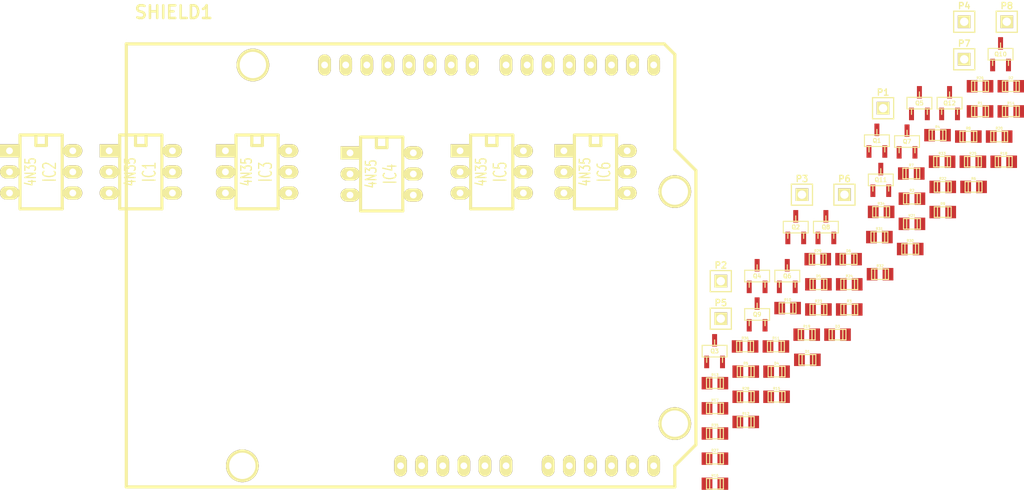
<source format=kicad_pcb>
(kicad_pcb (version 3) (host pcbnew "(2014-02-26 BZR 4721)-product")

  (general
    (links 110)
    (no_connects 110)
    (area 34.543 57.25 158.573543 117.290728)
    (thickness 1.6)
    (drawings 0)
    (tracks 0)
    (zones 0)
    (modules 69)
    (nets 77)
  )

  (page A4)
  (layers
    (15 F.Cu signal)
    (0 B.Cu signal)
    (16 B.Adhes user)
    (17 F.Adhes user)
    (18 B.Paste user)
    (19 F.Paste user)
    (20 B.SilkS user)
    (21 F.SilkS user)
    (22 B.Mask user)
    (23 F.Mask user)
    (24 Dwgs.User user)
    (25 Cmts.User user)
    (26 Eco1.User user)
    (27 Eco2.User user)
    (28 Edge.Cuts user)
  )

  (setup
    (last_trace_width 0.254)
    (trace_clearance 0.254)
    (zone_clearance 0.508)
    (zone_45_only no)
    (trace_min 0.254)
    (segment_width 0.2)
    (edge_width 0.1)
    (via_size 0.889)
    (via_drill 0.635)
    (via_min_size 0.889)
    (via_min_drill 0.508)
    (uvia_size 0.508)
    (uvia_drill 0.127)
    (uvias_allowed no)
    (uvia_min_size 0.508)
    (uvia_min_drill 0.127)
    (pcb_text_width 0.3)
    (pcb_text_size 1.5 1.5)
    (mod_edge_width 0.15)
    (mod_text_size 1 1)
    (mod_text_width 0.15)
    (pad_size 0.59944 1.50076)
    (pad_drill 0)
    (pad_to_mask_clearance 0)
    (aux_axis_origin 0 0)
    (visible_elements FFFFF77F)
    (pcbplotparams
      (layerselection 3178497)
      (usegerberextensions true)
      (excludeedgelayer true)
      (linewidth 0.150000)
      (plotframeref false)
      (viasonmask false)
      (mode 1)
      (useauxorigin false)
      (hpglpennumber 1)
      (hpglpenspeed 20)
      (hpglpendiameter 15)
      (hpglpenoverlay 2)
      (psnegative false)
      (psa4output false)
      (plotreference true)
      (plotvalue true)
      (plotothertext true)
      (plotinvisibletext false)
      (padsonsilk false)
      (subtractmaskfromsilk false)
      (outputformat 1)
      (mirror false)
      (drillshape 1)
      (scaleselection 1)
      (outputdirectory ""))
  )

  (net 0 "")
  (net 1 +5V)
  (net 2 D10)
  (net 3 D11)
  (net 4 D12)
  (net 5 D7)
  (net 6 D8)
  (net 7 D9)
  (net 8 GND)
  (net 9 "Net-(D1-Pad1)")
  (net 10 "Net-(D2-Pad1)")
  (net 11 "Net-(D3-Pad1)")
  (net 12 "Net-(D4-Pad1)")
  (net 13 "Net-(D5-Pad1)")
  (net 14 "Net-(D6-Pad1)")
  (net 15 "Net-(IC1-Pad1)")
  (net 16 "Net-(IC1-Pad2)")
  (net 17 "Net-(IC1-Pad5)")
  (net 18 "Net-(IC1-Pad6)")
  (net 19 "Net-(IC2-Pad1)")
  (net 20 "Net-(IC2-Pad2)")
  (net 21 "Net-(IC2-Pad5)")
  (net 22 "Net-(IC2-Pad6)")
  (net 23 "Net-(IC3-Pad1)")
  (net 24 "Net-(IC3-Pad2)")
  (net 25 "Net-(IC3-Pad5)")
  (net 26 "Net-(IC3-Pad6)")
  (net 27 "Net-(IC4-Pad1)")
  (net 28 "Net-(IC4-Pad2)")
  (net 29 "Net-(IC4-Pad5)")
  (net 30 "Net-(IC4-Pad6)")
  (net 31 "Net-(IC5-Pad1)")
  (net 32 "Net-(IC5-Pad2)")
  (net 33 "Net-(IC5-Pad5)")
  (net 34 "Net-(IC5-Pad6)")
  (net 35 "Net-(IC6-Pad1)")
  (net 36 "Net-(IC6-Pad2)")
  (net 37 "Net-(IC6-Pad5)")
  (net 38 "Net-(IC6-Pad6)")
  (net 39 "Net-(P1-Pad1)")
  (net 40 "Net-(P2-Pad1)")
  (net 41 "Net-(P3-Pad1)")
  (net 42 "Net-(P4-Pad1)")
  (net 43 "Net-(P5-Pad1)")
  (net 44 "Net-(P6-Pad1)")
  (net 45 "Net-(Q1-Pad1)")
  (net 46 "Net-(Q1-Pad2)")
  (net 47 "Net-(Q10-Pad1)")
  (net 48 "Net-(Q10-Pad2)")
  (net 49 "Net-(Q11-Pad2)")
  (net 50 "Net-(Q2-Pad1)")
  (net 51 "Net-(Q2-Pad2)")
  (net 52 "Net-(Q3-Pad1)")
  (net 53 "Net-(Q3-Pad2)")
  (net 54 "Net-(Q7-Pad1)")
  (net 55 "Net-(Q7-Pad2)")
  (net 56 "Net-(Q9-Pad2)")
  (net 57 "Net-(SHIELD1-Pad0)")
  (net 58 "Net-(SHIELD1-Pad1)")
  (net 59 "Net-(SHIELD1-Pad13)")
  (net 60 "Net-(SHIELD1-Pad2)")
  (net 61 "Net-(SHIELD1-Pad3)")
  (net 62 "Net-(SHIELD1-Pad3V3)")
  (net 63 "Net-(SHIELD1-Pad4)")
  (net 64 "Net-(SHIELD1-Pad5)")
  (net 65 "Net-(SHIELD1-Pad6)")
  (net 66 "Net-(SHIELD1-PadAD0)")
  (net 67 "Net-(SHIELD1-PadAD1)")
  (net 68 "Net-(SHIELD1-PadAD2)")
  (net 69 "Net-(SHIELD1-PadAD3)")
  (net 70 "Net-(SHIELD1-PadAD4)")
  (net 71 "Net-(SHIELD1-PadAD5)")
  (net 72 "Net-(SHIELD1-PadAREF)")
  (net 73 "Net-(SHIELD1-PadGND1)")
  (net 74 "Net-(SHIELD1-PadGND3)")
  (net 75 "Net-(SHIELD1-PadRST)")
  (net 76 "Net-(SHIELD1-PadV_IN)")

  (net_class Default "This is the default net class."
    (clearance 0.254)
    (trace_width 0.254)
    (via_dia 0.889)
    (via_drill 0.635)
    (uvia_dia 0.508)
    (uvia_drill 0.127)
    (add_net "")
    (add_net +5V)
    (add_net D10)
    (add_net D11)
    (add_net D12)
    (add_net D7)
    (add_net D8)
    (add_net D9)
    (add_net GND)
    (add_net "Net-(D1-Pad1)")
    (add_net "Net-(D2-Pad1)")
    (add_net "Net-(D3-Pad1)")
    (add_net "Net-(D4-Pad1)")
    (add_net "Net-(D5-Pad1)")
    (add_net "Net-(D6-Pad1)")
    (add_net "Net-(IC1-Pad1)")
    (add_net "Net-(IC1-Pad2)")
    (add_net "Net-(IC1-Pad5)")
    (add_net "Net-(IC1-Pad6)")
    (add_net "Net-(IC2-Pad1)")
    (add_net "Net-(IC2-Pad2)")
    (add_net "Net-(IC2-Pad5)")
    (add_net "Net-(IC2-Pad6)")
    (add_net "Net-(IC3-Pad1)")
    (add_net "Net-(IC3-Pad2)")
    (add_net "Net-(IC3-Pad5)")
    (add_net "Net-(IC3-Pad6)")
    (add_net "Net-(IC4-Pad1)")
    (add_net "Net-(IC4-Pad2)")
    (add_net "Net-(IC4-Pad5)")
    (add_net "Net-(IC4-Pad6)")
    (add_net "Net-(IC5-Pad1)")
    (add_net "Net-(IC5-Pad2)")
    (add_net "Net-(IC5-Pad5)")
    (add_net "Net-(IC5-Pad6)")
    (add_net "Net-(IC6-Pad1)")
    (add_net "Net-(IC6-Pad2)")
    (add_net "Net-(IC6-Pad5)")
    (add_net "Net-(IC6-Pad6)")
    (add_net "Net-(P1-Pad1)")
    (add_net "Net-(P2-Pad1)")
    (add_net "Net-(P3-Pad1)")
    (add_net "Net-(P4-Pad1)")
    (add_net "Net-(P5-Pad1)")
    (add_net "Net-(P6-Pad1)")
    (add_net "Net-(Q1-Pad1)")
    (add_net "Net-(Q1-Pad2)")
    (add_net "Net-(Q10-Pad1)")
    (add_net "Net-(Q10-Pad2)")
    (add_net "Net-(Q11-Pad2)")
    (add_net "Net-(Q2-Pad1)")
    (add_net "Net-(Q2-Pad2)")
    (add_net "Net-(Q3-Pad1)")
    (add_net "Net-(Q3-Pad2)")
    (add_net "Net-(Q7-Pad1)")
    (add_net "Net-(Q7-Pad2)")
    (add_net "Net-(Q9-Pad2)")
    (add_net "Net-(SHIELD1-Pad0)")
    (add_net "Net-(SHIELD1-Pad1)")
    (add_net "Net-(SHIELD1-Pad13)")
    (add_net "Net-(SHIELD1-Pad2)")
    (add_net "Net-(SHIELD1-Pad3)")
    (add_net "Net-(SHIELD1-Pad3V3)")
    (add_net "Net-(SHIELD1-Pad4)")
    (add_net "Net-(SHIELD1-Pad5)")
    (add_net "Net-(SHIELD1-Pad6)")
    (add_net "Net-(SHIELD1-PadAD0)")
    (add_net "Net-(SHIELD1-PadAD1)")
    (add_net "Net-(SHIELD1-PadAD2)")
    (add_net "Net-(SHIELD1-PadAD3)")
    (add_net "Net-(SHIELD1-PadAD4)")
    (add_net "Net-(SHIELD1-PadAD5)")
    (add_net "Net-(SHIELD1-PadAREF)")
    (add_net "Net-(SHIELD1-PadGND1)")
    (add_net "Net-(SHIELD1-PadGND3)")
    (add_net "Net-(SHIELD1-PadRST)")
    (add_net "Net-(SHIELD1-PadV_IN)")
  )

  (module smd_capacitors:c_0805 (layer F.Cu) (tedit 49047394) (tstamp 53FAF890)
    (at 132.00674 100.875844)
    (descr "SMT capacitor, 0805")
    (path /53FAF5F7)
    (fp_text reference D1 (at 0 -0.9906) (layer F.SilkS)
      (effects (font (size 0.29972 0.29972) (thickness 0.06096)))
    )
    (fp_text value LED (at 0 0.9906) (layer F.SilkS) hide
      (effects (font (size 0.29972 0.29972) (thickness 0.06096)))
    )
    (fp_line (start 0.635 -0.635) (end 0.635 0.635) (layer F.SilkS) (width 0.127))
    (fp_line (start -0.635 -0.635) (end -0.635 0.6096) (layer F.SilkS) (width 0.127))
    (fp_line (start -1.016 -0.635) (end 1.016 -0.635) (layer F.SilkS) (width 0.127))
    (fp_line (start 1.016 -0.635) (end 1.016 0.635) (layer F.SilkS) (width 0.127))
    (fp_line (start 1.016 0.635) (end -1.016 0.635) (layer F.SilkS) (width 0.127))
    (fp_line (start -1.016 0.635) (end -1.016 -0.635) (layer F.SilkS) (width 0.127))
    (pad 1 smd rect (at 0.9525 0) (size 1.30048 1.4986) (layers F.Cu F.Paste F.Mask)
      (net 9 "Net-(D1-Pad1)"))
    (pad 2 smd rect (at -0.9525 0) (size 1.30048 1.4986) (layers F.Cu F.Paste F.Mask)
      (net 8 GND))
    (model smd/capacitors/c_0805.wrl
      (at (xyz 0 0 0))
      (scale (xyz 1 1 1))
      (rotate (xyz 0 0 0))
    )
  )

  (module smd_capacitors:c_0805 (layer F.Cu) (tedit 49047394) (tstamp 53FAF89C)
    (at 156.50674 67.935844)
    (descr "SMT capacitor, 0805")
    (path /53FAF089)
    (fp_text reference D2 (at 0 -0.9906) (layer F.SilkS)
      (effects (font (size 0.29972 0.29972) (thickness 0.06096)))
    )
    (fp_text value LED (at 0 0.9906) (layer F.SilkS) hide
      (effects (font (size 0.29972 0.29972) (thickness 0.06096)))
    )
    (fp_line (start 0.635 -0.635) (end 0.635 0.635) (layer F.SilkS) (width 0.127))
    (fp_line (start -0.635 -0.635) (end -0.635 0.6096) (layer F.SilkS) (width 0.127))
    (fp_line (start -1.016 -0.635) (end 1.016 -0.635) (layer F.SilkS) (width 0.127))
    (fp_line (start 1.016 -0.635) (end 1.016 0.635) (layer F.SilkS) (width 0.127))
    (fp_line (start 1.016 0.635) (end -1.016 0.635) (layer F.SilkS) (width 0.127))
    (fp_line (start -1.016 0.635) (end -1.016 -0.635) (layer F.SilkS) (width 0.127))
    (pad 1 smd rect (at 0.9525 0) (size 1.30048 1.4986) (layers F.Cu F.Paste F.Mask)
      (net 10 "Net-(D2-Pad1)"))
    (pad 2 smd rect (at -0.9525 0) (size 1.30048 1.4986) (layers F.Cu F.Paste F.Mask)
      (net 8 GND))
    (model smd/capacitors/c_0805.wrl
      (at (xyz 0 0 0))
      (scale (xyz 1 1 1))
      (rotate (xyz 0 0 0))
    )
  )

  (module smd_capacitors:c_0805 (layer F.Cu) (tedit 49047394) (tstamp 53FAF8A8)
    (at 135.63674 97.845844)
    (descr "SMT capacitor, 0805")
    (path /53FAF665)
    (fp_text reference D3 (at 0 -0.9906) (layer F.SilkS)
      (effects (font (size 0.29972 0.29972) (thickness 0.06096)))
    )
    (fp_text value LED (at 0 0.9906) (layer F.SilkS) hide
      (effects (font (size 0.29972 0.29972) (thickness 0.06096)))
    )
    (fp_line (start 0.635 -0.635) (end 0.635 0.635) (layer F.SilkS) (width 0.127))
    (fp_line (start -0.635 -0.635) (end -0.635 0.6096) (layer F.SilkS) (width 0.127))
    (fp_line (start -1.016 -0.635) (end 1.016 -0.635) (layer F.SilkS) (width 0.127))
    (fp_line (start 1.016 -0.635) (end 1.016 0.635) (layer F.SilkS) (width 0.127))
    (fp_line (start 1.016 0.635) (end -1.016 0.635) (layer F.SilkS) (width 0.127))
    (fp_line (start -1.016 0.635) (end -1.016 -0.635) (layer F.SilkS) (width 0.127))
    (pad 1 smd rect (at 0.9525 0) (size 1.30048 1.4986) (layers F.Cu F.Paste F.Mask)
      (net 11 "Net-(D3-Pad1)"))
    (pad 2 smd rect (at -0.9525 0) (size 1.30048 1.4986) (layers F.Cu F.Paste F.Mask)
      (net 8 GND))
    (model smd/capacitors/c_0805.wrl
      (at (xyz 0 0 0))
      (scale (xyz 1 1 1))
      (rotate (xyz 0 0 0))
    )
  )

  (module smd_capacitors:c_0805 (layer F.Cu) (tedit 49047394) (tstamp 53FAF8B4)
    (at 128.29674 102.295844)
    (descr "SMT capacitor, 0805")
    (path /53FAF6D3)
    (fp_text reference D4 (at 0 -0.9906) (layer F.SilkS)
      (effects (font (size 0.29972 0.29972) (thickness 0.06096)))
    )
    (fp_text value LED (at 0 0.9906) (layer F.SilkS) hide
      (effects (font (size 0.29972 0.29972) (thickness 0.06096)))
    )
    (fp_line (start 0.635 -0.635) (end 0.635 0.635) (layer F.SilkS) (width 0.127))
    (fp_line (start -0.635 -0.635) (end -0.635 0.6096) (layer F.SilkS) (width 0.127))
    (fp_line (start -1.016 -0.635) (end 1.016 -0.635) (layer F.SilkS) (width 0.127))
    (fp_line (start 1.016 -0.635) (end 1.016 0.635) (layer F.SilkS) (width 0.127))
    (fp_line (start 1.016 0.635) (end -1.016 0.635) (layer F.SilkS) (width 0.127))
    (fp_line (start -1.016 0.635) (end -1.016 -0.635) (layer F.SilkS) (width 0.127))
    (pad 1 smd rect (at 0.9525 0) (size 1.30048 1.4986) (layers F.Cu F.Paste F.Mask)
      (net 12 "Net-(D4-Pad1)"))
    (pad 2 smd rect (at -0.9525 0) (size 1.30048 1.4986) (layers F.Cu F.Paste F.Mask)
      (net 8 GND))
    (model smd/capacitors/c_0805.wrl
      (at (xyz 0 0 0))
      (scale (xyz 1 1 1))
      (rotate (xyz 0 0 0))
    )
  )

  (module smd_capacitors:c_0805 (layer F.Cu) (tedit 49047394) (tstamp 53FAF8C0)
    (at 133.33674 91.785844)
    (descr "SMT capacitor, 0805")
    (path /53FAF741)
    (fp_text reference D5 (at 0 -0.9906) (layer F.SilkS)
      (effects (font (size 0.29972 0.29972) (thickness 0.06096)))
    )
    (fp_text value LED (at 0 0.9906) (layer F.SilkS) hide
      (effects (font (size 0.29972 0.29972) (thickness 0.06096)))
    )
    (fp_line (start 0.635 -0.635) (end 0.635 0.635) (layer F.SilkS) (width 0.127))
    (fp_line (start -0.635 -0.635) (end -0.635 0.6096) (layer F.SilkS) (width 0.127))
    (fp_line (start -1.016 -0.635) (end 1.016 -0.635) (layer F.SilkS) (width 0.127))
    (fp_line (start 1.016 -0.635) (end 1.016 0.635) (layer F.SilkS) (width 0.127))
    (fp_line (start 1.016 0.635) (end -1.016 0.635) (layer F.SilkS) (width 0.127))
    (fp_line (start -1.016 0.635) (end -1.016 -0.635) (layer F.SilkS) (width 0.127))
    (pad 1 smd rect (at 0.9525 0) (size 1.30048 1.4986) (layers F.Cu F.Paste F.Mask)
      (net 13 "Net-(D5-Pad1)"))
    (pad 2 smd rect (at -0.9525 0) (size 1.30048 1.4986) (layers F.Cu F.Paste F.Mask)
      (net 8 GND))
    (model smd/capacitors/c_0805.wrl
      (at (xyz 0 0 0))
      (scale (xyz 1 1 1))
      (rotate (xyz 0 0 0))
    )
  )

  (module smd_capacitors:c_0805 (layer F.Cu) (tedit 49047394) (tstamp 53FAF8CC)
    (at 136.96674 88.755844)
    (descr "SMT capacitor, 0805")
    (path /53FAF7AF)
    (fp_text reference D6 (at 0 -0.9906) (layer F.SilkS)
      (effects (font (size 0.29972 0.29972) (thickness 0.06096)))
    )
    (fp_text value LED (at 0 0.9906) (layer F.SilkS) hide
      (effects (font (size 0.29972 0.29972) (thickness 0.06096)))
    )
    (fp_line (start 0.635 -0.635) (end 0.635 0.635) (layer F.SilkS) (width 0.127))
    (fp_line (start -0.635 -0.635) (end -0.635 0.6096) (layer F.SilkS) (width 0.127))
    (fp_line (start -1.016 -0.635) (end 1.016 -0.635) (layer F.SilkS) (width 0.127))
    (fp_line (start 1.016 -0.635) (end 1.016 0.635) (layer F.SilkS) (width 0.127))
    (fp_line (start 1.016 0.635) (end -1.016 0.635) (layer F.SilkS) (width 0.127))
    (fp_line (start -1.016 0.635) (end -1.016 -0.635) (layer F.SilkS) (width 0.127))
    (pad 1 smd rect (at 0.9525 0) (size 1.30048 1.4986) (layers F.Cu F.Paste F.Mask)
      (net 14 "Net-(D6-Pad1)"))
    (pad 2 smd rect (at -0.9525 0) (size 1.30048 1.4986) (layers F.Cu F.Paste F.Mask)
      (net 8 GND))
    (model smd/capacitors/c_0805.wrl
      (at (xyz 0 0 0))
      (scale (xyz 1 1 1))
      (rotate (xyz 0 0 0))
    )
  )

  (module dip_sockets:DIP-6__300_ELL (layer F.Cu) (tedit 4879C789) (tstamp 53FAF8DD)
    (at 51.75 78.25 270)
    (descr "6 pins DIL package, elliptical pads")
    (tags DIL)
    (path /53FAF5BB)
    (fp_text reference IC1 (at 0 -1.016 270) (layer F.SilkS)
      (effects (font (size 1.524 1.016) (thickness 0.1524)))
    )
    (fp_text value 4N35 (at 0 1.27 270) (layer F.SilkS)
      (effects (font (size 1.27 0.889) (thickness 0.1524)))
    )
    (fp_line (start -4.445 -2.54) (end 4.445 -2.54) (layer F.SilkS) (width 0.381))
    (fp_line (start 4.445 -2.54) (end 4.445 2.54) (layer F.SilkS) (width 0.381))
    (fp_line (start 4.445 2.54) (end -4.445 2.54) (layer F.SilkS) (width 0.381))
    (fp_line (start -4.445 2.54) (end -4.445 -2.54) (layer F.SilkS) (width 0.381))
    (fp_line (start -4.445 -0.635) (end -3.175 -0.635) (layer F.SilkS) (width 0.381))
    (fp_line (start -3.175 -0.635) (end -3.175 0.635) (layer F.SilkS) (width 0.381))
    (fp_line (start -3.175 0.635) (end -4.445 0.635) (layer F.SilkS) (width 0.381))
    (pad 1 thru_hole rect (at -2.54 3.81 270) (size 1.5748 2.286) (drill 0.8128) (layers *.Cu *.Mask F.SilkS)
      (net 15 "Net-(IC1-Pad1)"))
    (pad 2 thru_hole oval (at 0 3.81 270) (size 1.5748 2.286) (drill 0.8128) (layers *.Cu *.Mask F.SilkS)
      (net 16 "Net-(IC1-Pad2)"))
    (pad 3 thru_hole oval (at 2.54 3.81 270) (size 1.5748 2.286) (drill 0.8128) (layers *.Cu *.Mask F.SilkS))
    (pad 4 thru_hole oval (at 2.54 -3.81 270) (size 1.5748 2.286) (drill 0.8128) (layers *.Cu *.Mask F.SilkS)
      (net 3 D11))
    (pad 5 thru_hole oval (at 0 -3.81 270) (size 1.5748 2.286) (drill 0.8128) (layers *.Cu *.Mask F.SilkS)
      (net 17 "Net-(IC1-Pad5)"))
    (pad 6 thru_hole oval (at -2.54 -3.81 270) (size 1.5748 2.286) (drill 0.8128) (layers *.Cu *.Mask F.SilkS)
      (net 18 "Net-(IC1-Pad6)"))
    (model dil/dil_6.wrl
      (at (xyz 0 0 0))
      (scale (xyz 1 1 1))
      (rotate (xyz 0 0 0))
    )
  )

  (module dip_sockets:DIP-6__300_ELL (layer F.Cu) (tedit 4879C789) (tstamp 53FAF8EE)
    (at 39.75 78.25 270)
    (descr "6 pins DIL package, elliptical pads")
    (tags DIL)
    (path /53FAEDE6)
    (fp_text reference IC2 (at 0 -1.016 270) (layer F.SilkS)
      (effects (font (size 1.524 1.016) (thickness 0.1524)))
    )
    (fp_text value 4N35 (at 0 1.27 270) (layer F.SilkS)
      (effects (font (size 1.27 0.889) (thickness 0.1524)))
    )
    (fp_line (start -4.445 -2.54) (end 4.445 -2.54) (layer F.SilkS) (width 0.381))
    (fp_line (start 4.445 -2.54) (end 4.445 2.54) (layer F.SilkS) (width 0.381))
    (fp_line (start 4.445 2.54) (end -4.445 2.54) (layer F.SilkS) (width 0.381))
    (fp_line (start -4.445 2.54) (end -4.445 -2.54) (layer F.SilkS) (width 0.381))
    (fp_line (start -4.445 -0.635) (end -3.175 -0.635) (layer F.SilkS) (width 0.381))
    (fp_line (start -3.175 -0.635) (end -3.175 0.635) (layer F.SilkS) (width 0.381))
    (fp_line (start -3.175 0.635) (end -4.445 0.635) (layer F.SilkS) (width 0.381))
    (pad 1 thru_hole rect (at -2.54 3.81 270) (size 1.5748 2.286) (drill 0.8128) (layers *.Cu *.Mask F.SilkS)
      (net 19 "Net-(IC2-Pad1)"))
    (pad 2 thru_hole oval (at 0 3.81 270) (size 1.5748 2.286) (drill 0.8128) (layers *.Cu *.Mask F.SilkS)
      (net 20 "Net-(IC2-Pad2)"))
    (pad 3 thru_hole oval (at 2.54 3.81 270) (size 1.5748 2.286) (drill 0.8128) (layers *.Cu *.Mask F.SilkS))
    (pad 4 thru_hole oval (at 2.54 -3.81 270) (size 1.5748 2.286) (drill 0.8128) (layers *.Cu *.Mask F.SilkS)
      (net 4 D12))
    (pad 5 thru_hole oval (at 0 -3.81 270) (size 1.5748 2.286) (drill 0.8128) (layers *.Cu *.Mask F.SilkS)
      (net 21 "Net-(IC2-Pad5)"))
    (pad 6 thru_hole oval (at -2.54 -3.81 270) (size 1.5748 2.286) (drill 0.8128) (layers *.Cu *.Mask F.SilkS)
      (net 22 "Net-(IC2-Pad6)"))
    (model dil/dil_6.wrl
      (at (xyz 0 0 0))
      (scale (xyz 1 1 1))
      (rotate (xyz 0 0 0))
    )
  )

  (module dip_sockets:DIP-6__300_ELL (layer F.Cu) (tedit 4879C789) (tstamp 53FAF8FF)
    (at 65.75 78.25 270)
    (descr "6 pins DIL package, elliptical pads")
    (tags DIL)
    (path /53FAF629)
    (fp_text reference IC3 (at 0 -1.016 270) (layer F.SilkS)
      (effects (font (size 1.524 1.016) (thickness 0.1524)))
    )
    (fp_text value 4N35 (at 0 1.27 270) (layer F.SilkS)
      (effects (font (size 1.27 0.889) (thickness 0.1524)))
    )
    (fp_line (start -4.445 -2.54) (end 4.445 -2.54) (layer F.SilkS) (width 0.381))
    (fp_line (start 4.445 -2.54) (end 4.445 2.54) (layer F.SilkS) (width 0.381))
    (fp_line (start 4.445 2.54) (end -4.445 2.54) (layer F.SilkS) (width 0.381))
    (fp_line (start -4.445 2.54) (end -4.445 -2.54) (layer F.SilkS) (width 0.381))
    (fp_line (start -4.445 -0.635) (end -3.175 -0.635) (layer F.SilkS) (width 0.381))
    (fp_line (start -3.175 -0.635) (end -3.175 0.635) (layer F.SilkS) (width 0.381))
    (fp_line (start -3.175 0.635) (end -4.445 0.635) (layer F.SilkS) (width 0.381))
    (pad 1 thru_hole rect (at -2.54 3.81 270) (size 1.5748 2.286) (drill 0.8128) (layers *.Cu *.Mask F.SilkS)
      (net 23 "Net-(IC3-Pad1)"))
    (pad 2 thru_hole oval (at 0 3.81 270) (size 1.5748 2.286) (drill 0.8128) (layers *.Cu *.Mask F.SilkS)
      (net 24 "Net-(IC3-Pad2)"))
    (pad 3 thru_hole oval (at 2.54 3.81 270) (size 1.5748 2.286) (drill 0.8128) (layers *.Cu *.Mask F.SilkS))
    (pad 4 thru_hole oval (at 2.54 -3.81 270) (size 1.5748 2.286) (drill 0.8128) (layers *.Cu *.Mask F.SilkS)
      (net 2 D10))
    (pad 5 thru_hole oval (at 0 -3.81 270) (size 1.5748 2.286) (drill 0.8128) (layers *.Cu *.Mask F.SilkS)
      (net 25 "Net-(IC3-Pad5)"))
    (pad 6 thru_hole oval (at -2.54 -3.81 270) (size 1.5748 2.286) (drill 0.8128) (layers *.Cu *.Mask F.SilkS)
      (net 26 "Net-(IC3-Pad6)"))
    (model dil/dil_6.wrl
      (at (xyz 0 0 0))
      (scale (xyz 1 1 1))
      (rotate (xyz 0 0 0))
    )
  )

  (module dip_sockets:DIP-6__300_ELL (layer F.Cu) (tedit 4879C789) (tstamp 53FAF910)
    (at 80.75 78.5 270)
    (descr "6 pins DIL package, elliptical pads")
    (tags DIL)
    (path /53FAF697)
    (fp_text reference IC4 (at 0 -1.016 270) (layer F.SilkS)
      (effects (font (size 1.524 1.016) (thickness 0.1524)))
    )
    (fp_text value 4N35 (at 0 1.27 270) (layer F.SilkS)
      (effects (font (size 1.27 0.889) (thickness 0.1524)))
    )
    (fp_line (start -4.445 -2.54) (end 4.445 -2.54) (layer F.SilkS) (width 0.381))
    (fp_line (start 4.445 -2.54) (end 4.445 2.54) (layer F.SilkS) (width 0.381))
    (fp_line (start 4.445 2.54) (end -4.445 2.54) (layer F.SilkS) (width 0.381))
    (fp_line (start -4.445 2.54) (end -4.445 -2.54) (layer F.SilkS) (width 0.381))
    (fp_line (start -4.445 -0.635) (end -3.175 -0.635) (layer F.SilkS) (width 0.381))
    (fp_line (start -3.175 -0.635) (end -3.175 0.635) (layer F.SilkS) (width 0.381))
    (fp_line (start -3.175 0.635) (end -4.445 0.635) (layer F.SilkS) (width 0.381))
    (pad 1 thru_hole rect (at -2.54 3.81 270) (size 1.5748 2.286) (drill 0.8128) (layers *.Cu *.Mask F.SilkS)
      (net 27 "Net-(IC4-Pad1)"))
    (pad 2 thru_hole oval (at 0 3.81 270) (size 1.5748 2.286) (drill 0.8128) (layers *.Cu *.Mask F.SilkS)
      (net 28 "Net-(IC4-Pad2)"))
    (pad 3 thru_hole oval (at 2.54 3.81 270) (size 1.5748 2.286) (drill 0.8128) (layers *.Cu *.Mask F.SilkS))
    (pad 4 thru_hole oval (at 2.54 -3.81 270) (size 1.5748 2.286) (drill 0.8128) (layers *.Cu *.Mask F.SilkS)
      (net 7 D9))
    (pad 5 thru_hole oval (at 0 -3.81 270) (size 1.5748 2.286) (drill 0.8128) (layers *.Cu *.Mask F.SilkS)
      (net 29 "Net-(IC4-Pad5)"))
    (pad 6 thru_hole oval (at -2.54 -3.81 270) (size 1.5748 2.286) (drill 0.8128) (layers *.Cu *.Mask F.SilkS)
      (net 30 "Net-(IC4-Pad6)"))
    (model dil/dil_6.wrl
      (at (xyz 0 0 0))
      (scale (xyz 1 1 1))
      (rotate (xyz 0 0 0))
    )
  )

  (module dip_sockets:DIP-6__300_ELL (layer F.Cu) (tedit 4879C789) (tstamp 53FAF921)
    (at 94 78.25 270)
    (descr "6 pins DIL package, elliptical pads")
    (tags DIL)
    (path /53FAF705)
    (fp_text reference IC5 (at 0 -1.016 270) (layer F.SilkS)
      (effects (font (size 1.524 1.016) (thickness 0.1524)))
    )
    (fp_text value 4N35 (at 0 1.27 270) (layer F.SilkS)
      (effects (font (size 1.27 0.889) (thickness 0.1524)))
    )
    (fp_line (start -4.445 -2.54) (end 4.445 -2.54) (layer F.SilkS) (width 0.381))
    (fp_line (start 4.445 -2.54) (end 4.445 2.54) (layer F.SilkS) (width 0.381))
    (fp_line (start 4.445 2.54) (end -4.445 2.54) (layer F.SilkS) (width 0.381))
    (fp_line (start -4.445 2.54) (end -4.445 -2.54) (layer F.SilkS) (width 0.381))
    (fp_line (start -4.445 -0.635) (end -3.175 -0.635) (layer F.SilkS) (width 0.381))
    (fp_line (start -3.175 -0.635) (end -3.175 0.635) (layer F.SilkS) (width 0.381))
    (fp_line (start -3.175 0.635) (end -4.445 0.635) (layer F.SilkS) (width 0.381))
    (pad 1 thru_hole rect (at -2.54 3.81 270) (size 1.5748 2.286) (drill 0.8128) (layers *.Cu *.Mask F.SilkS)
      (net 31 "Net-(IC5-Pad1)"))
    (pad 2 thru_hole oval (at 0 3.81 270) (size 1.5748 2.286) (drill 0.8128) (layers *.Cu *.Mask F.SilkS)
      (net 32 "Net-(IC5-Pad2)"))
    (pad 3 thru_hole oval (at 2.54 3.81 270) (size 1.5748 2.286) (drill 0.8128) (layers *.Cu *.Mask F.SilkS))
    (pad 4 thru_hole oval (at 2.54 -3.81 270) (size 1.5748 2.286) (drill 0.8128) (layers *.Cu *.Mask F.SilkS)
      (net 6 D8))
    (pad 5 thru_hole oval (at 0 -3.81 270) (size 1.5748 2.286) (drill 0.8128) (layers *.Cu *.Mask F.SilkS)
      (net 33 "Net-(IC5-Pad5)"))
    (pad 6 thru_hole oval (at -2.54 -3.81 270) (size 1.5748 2.286) (drill 0.8128) (layers *.Cu *.Mask F.SilkS)
      (net 34 "Net-(IC5-Pad6)"))
    (model dil/dil_6.wrl
      (at (xyz 0 0 0))
      (scale (xyz 1 1 1))
      (rotate (xyz 0 0 0))
    )
  )

  (module dip_sockets:DIP-6__300_ELL (layer F.Cu) (tedit 4879C789) (tstamp 53FAF932)
    (at 106.5 78.25 270)
    (descr "6 pins DIL package, elliptical pads")
    (tags DIL)
    (path /53FAF773)
    (fp_text reference IC6 (at 0 -1.016 270) (layer F.SilkS)
      (effects (font (size 1.524 1.016) (thickness 0.1524)))
    )
    (fp_text value 4N35 (at 0 1.27 270) (layer F.SilkS)
      (effects (font (size 1.27 0.889) (thickness 0.1524)))
    )
    (fp_line (start -4.445 -2.54) (end 4.445 -2.54) (layer F.SilkS) (width 0.381))
    (fp_line (start 4.445 -2.54) (end 4.445 2.54) (layer F.SilkS) (width 0.381))
    (fp_line (start 4.445 2.54) (end -4.445 2.54) (layer F.SilkS) (width 0.381))
    (fp_line (start -4.445 2.54) (end -4.445 -2.54) (layer F.SilkS) (width 0.381))
    (fp_line (start -4.445 -0.635) (end -3.175 -0.635) (layer F.SilkS) (width 0.381))
    (fp_line (start -3.175 -0.635) (end -3.175 0.635) (layer F.SilkS) (width 0.381))
    (fp_line (start -3.175 0.635) (end -4.445 0.635) (layer F.SilkS) (width 0.381))
    (pad 1 thru_hole rect (at -2.54 3.81 270) (size 1.5748 2.286) (drill 0.8128) (layers *.Cu *.Mask F.SilkS)
      (net 35 "Net-(IC6-Pad1)"))
    (pad 2 thru_hole oval (at 0 3.81 270) (size 1.5748 2.286) (drill 0.8128) (layers *.Cu *.Mask F.SilkS)
      (net 36 "Net-(IC6-Pad2)"))
    (pad 3 thru_hole oval (at 2.54 3.81 270) (size 1.5748 2.286) (drill 0.8128) (layers *.Cu *.Mask F.SilkS))
    (pad 4 thru_hole oval (at 2.54 -3.81 270) (size 1.5748 2.286) (drill 0.8128) (layers *.Cu *.Mask F.SilkS)
      (net 5 D7))
    (pad 5 thru_hole oval (at 0 -3.81 270) (size 1.5748 2.286) (drill 0.8128) (layers *.Cu *.Mask F.SilkS)
      (net 37 "Net-(IC6-Pad5)"))
    (pad 6 thru_hole oval (at -2.54 -3.81 270) (size 1.5748 2.286) (drill 0.8128) (layers *.Cu *.Mask F.SilkS)
      (net 38 "Net-(IC6-Pad6)"))
    (model dil/dil_6.wrl
      (at (xyz 0 0 0))
      (scale (xyz 1 1 1))
      (rotate (xyz 0 0 0))
    )
  )

  (module pin_array:PIN_ARRAY_1 (layer F.Cu) (tedit 4E4E744E) (tstamp 53FAF93B)
    (at 141.121771 70.581)
    (descr "1 pin")
    (tags "CONN DEV")
    (path /53FAF59D)
    (fp_text reference P1 (at 0 -1.905) (layer F.SilkS)
      (effects (font (size 0.762 0.762) (thickness 0.1524)))
    )
    (fp_text value CONN_1 (at 0 -1.905) (layer F.SilkS) hide
      (effects (font (size 0.762 0.762) (thickness 0.1524)))
    )
    (fp_line (start 1.27 1.27) (end -1.27 1.27) (layer F.SilkS) (width 0.1524))
    (fp_line (start -1.27 -1.27) (end 1.27 -1.27) (layer F.SilkS) (width 0.1524))
    (fp_line (start -1.27 1.27) (end -1.27 -1.27) (layer F.SilkS) (width 0.1524))
    (fp_line (start 1.27 -1.27) (end 1.27 1.27) (layer F.SilkS) (width 0.1524))
    (pad 1 thru_hole rect (at 0 0) (size 1.524 1.524) (drill 1.016) (layers *.Cu *.Mask F.SilkS)
      (net 39 "Net-(P1-Pad1)"))
    (model pin_array\pin_1.wrl
      (at (xyz 0 0 0))
      (scale (xyz 1 1 1))
      (rotate (xyz 0 0 0))
    )
  )

  (module pin_array:PIN_ARRAY_1 (layer F.Cu) (tedit 4E4E744E) (tstamp 53FAF944)
    (at 121.581771 91.401)
    (descr "1 pin")
    (tags "CONN DEV")
    (path /53FAED04)
    (fp_text reference P2 (at 0 -1.905) (layer F.SilkS)
      (effects (font (size 0.762 0.762) (thickness 0.1524)))
    )
    (fp_text value CONN_1 (at 0 -1.905) (layer F.SilkS) hide
      (effects (font (size 0.762 0.762) (thickness 0.1524)))
    )
    (fp_line (start 1.27 1.27) (end -1.27 1.27) (layer F.SilkS) (width 0.1524))
    (fp_line (start -1.27 -1.27) (end 1.27 -1.27) (layer F.SilkS) (width 0.1524))
    (fp_line (start -1.27 1.27) (end -1.27 -1.27) (layer F.SilkS) (width 0.1524))
    (fp_line (start 1.27 -1.27) (end 1.27 1.27) (layer F.SilkS) (width 0.1524))
    (pad 1 thru_hole rect (at 0 0) (size 1.524 1.524) (drill 1.016) (layers *.Cu *.Mask F.SilkS)
      (net 40 "Net-(P2-Pad1)"))
    (model pin_array\pin_1.wrl
      (at (xyz 0 0 0))
      (scale (xyz 1 1 1))
      (rotate (xyz 0 0 0))
    )
  )

  (module pin_array:PIN_ARRAY_1 (layer F.Cu) (tedit 4E4E744E) (tstamp 53FAF94D)
    (at 131.351771 80.991)
    (descr "1 pin")
    (tags "CONN DEV")
    (path /53FAF60B)
    (fp_text reference P3 (at 0 -1.905) (layer F.SilkS)
      (effects (font (size 0.762 0.762) (thickness 0.1524)))
    )
    (fp_text value CONN_1 (at 0 -1.905) (layer F.SilkS) hide
      (effects (font (size 0.762 0.762) (thickness 0.1524)))
    )
    (fp_line (start 1.27 1.27) (end -1.27 1.27) (layer F.SilkS) (width 0.1524))
    (fp_line (start -1.27 -1.27) (end 1.27 -1.27) (layer F.SilkS) (width 0.1524))
    (fp_line (start -1.27 1.27) (end -1.27 -1.27) (layer F.SilkS) (width 0.1524))
    (fp_line (start 1.27 -1.27) (end 1.27 1.27) (layer F.SilkS) (width 0.1524))
    (pad 1 thru_hole rect (at 0 0) (size 1.524 1.524) (drill 1.016) (layers *.Cu *.Mask F.SilkS)
      (net 41 "Net-(P3-Pad1)"))
    (model pin_array\pin_1.wrl
      (at (xyz 0 0 0))
      (scale (xyz 1 1 1))
      (rotate (xyz 0 0 0))
    )
  )

  (module pin_array:PIN_ARRAY_1 (layer F.Cu) (tedit 4E4E744E) (tstamp 53FAF956)
    (at 150.891771 60.171)
    (descr "1 pin")
    (tags "CONN DEV")
    (path /53FAF679)
    (fp_text reference P4 (at 0 -1.905) (layer F.SilkS)
      (effects (font (size 0.762 0.762) (thickness 0.1524)))
    )
    (fp_text value CONN_1 (at 0 -1.905) (layer F.SilkS) hide
      (effects (font (size 0.762 0.762) (thickness 0.1524)))
    )
    (fp_line (start 1.27 1.27) (end -1.27 1.27) (layer F.SilkS) (width 0.1524))
    (fp_line (start -1.27 -1.27) (end 1.27 -1.27) (layer F.SilkS) (width 0.1524))
    (fp_line (start -1.27 1.27) (end -1.27 -1.27) (layer F.SilkS) (width 0.1524))
    (fp_line (start 1.27 -1.27) (end 1.27 1.27) (layer F.SilkS) (width 0.1524))
    (pad 1 thru_hole rect (at 0 0) (size 1.524 1.524) (drill 1.016) (layers *.Cu *.Mask F.SilkS)
      (net 42 "Net-(P4-Pad1)"))
    (model pin_array\pin_1.wrl
      (at (xyz 0 0 0))
      (scale (xyz 1 1 1))
      (rotate (xyz 0 0 0))
    )
  )

  (module pin_array:PIN_ARRAY_1 (layer F.Cu) (tedit 4E4E744E) (tstamp 53FAF95F)
    (at 121.581771 95.921)
    (descr "1 pin")
    (tags "CONN DEV")
    (path /53FAF6E7)
    (fp_text reference P5 (at 0 -1.905) (layer F.SilkS)
      (effects (font (size 0.762 0.762) (thickness 0.1524)))
    )
    (fp_text value CONN_1 (at 0 -1.905) (layer F.SilkS) hide
      (effects (font (size 0.762 0.762) (thickness 0.1524)))
    )
    (fp_line (start 1.27 1.27) (end -1.27 1.27) (layer F.SilkS) (width 0.1524))
    (fp_line (start -1.27 -1.27) (end 1.27 -1.27) (layer F.SilkS) (width 0.1524))
    (fp_line (start -1.27 1.27) (end -1.27 -1.27) (layer F.SilkS) (width 0.1524))
    (fp_line (start 1.27 -1.27) (end 1.27 1.27) (layer F.SilkS) (width 0.1524))
    (pad 1 thru_hole rect (at 0 0) (size 1.524 1.524) (drill 1.016) (layers *.Cu *.Mask F.SilkS)
      (net 43 "Net-(P5-Pad1)"))
    (model pin_array\pin_1.wrl
      (at (xyz 0 0 0))
      (scale (xyz 1 1 1))
      (rotate (xyz 0 0 0))
    )
  )

  (module pin_array:PIN_ARRAY_1 (layer F.Cu) (tedit 4E4E744E) (tstamp 53FAF968)
    (at 136.471771 80.991)
    (descr "1 pin")
    (tags "CONN DEV")
    (path /53FAF755)
    (fp_text reference P6 (at 0 -1.905) (layer F.SilkS)
      (effects (font (size 0.762 0.762) (thickness 0.1524)))
    )
    (fp_text value CONN_1 (at 0 -1.905) (layer F.SilkS) hide
      (effects (font (size 0.762 0.762) (thickness 0.1524)))
    )
    (fp_line (start 1.27 1.27) (end -1.27 1.27) (layer F.SilkS) (width 0.1524))
    (fp_line (start -1.27 -1.27) (end 1.27 -1.27) (layer F.SilkS) (width 0.1524))
    (fp_line (start -1.27 1.27) (end -1.27 -1.27) (layer F.SilkS) (width 0.1524))
    (fp_line (start 1.27 -1.27) (end 1.27 1.27) (layer F.SilkS) (width 0.1524))
    (pad 1 thru_hole rect (at 0 0) (size 1.524 1.524) (drill 1.016) (layers *.Cu *.Mask F.SilkS)
      (net 44 "Net-(P6-Pad1)"))
    (model pin_array\pin_1.wrl
      (at (xyz 0 0 0))
      (scale (xyz 1 1 1))
      (rotate (xyz 0 0 0))
    )
  )

  (module smd_capacitors:c_0805 (layer F.Cu) (tedit 49047394) (tstamp 53FAFA1C)
    (at 152.79674 70.965844)
    (descr "SMT capacitor, 0805")
    (path /53FAF5A3)
    (fp_text reference R1 (at 0 -0.9906) (layer F.SilkS)
      (effects (font (size 0.29972 0.29972) (thickness 0.06096)))
    )
    (fp_text value 2.2M (at 0 0.9906) (layer F.SilkS) hide
      (effects (font (size 0.29972 0.29972) (thickness 0.06096)))
    )
    (fp_line (start 0.635 -0.635) (end 0.635 0.635) (layer F.SilkS) (width 0.127))
    (fp_line (start -0.635 -0.635) (end -0.635 0.6096) (layer F.SilkS) (width 0.127))
    (fp_line (start -1.016 -0.635) (end 1.016 -0.635) (layer F.SilkS) (width 0.127))
    (fp_line (start 1.016 -0.635) (end 1.016 0.635) (layer F.SilkS) (width 0.127))
    (fp_line (start 1.016 0.635) (end -1.016 0.635) (layer F.SilkS) (width 0.127))
    (fp_line (start -1.016 0.635) (end -1.016 -0.635) (layer F.SilkS) (width 0.127))
    (pad 1 smd rect (at 0.9525 0) (size 1.30048 1.4986) (layers F.Cu F.Paste F.Mask)
      (net 39 "Net-(P1-Pad1)"))
    (pad 2 smd rect (at -0.9525 0) (size 1.30048 1.4986) (layers F.Cu F.Paste F.Mask)
      (net 8 GND))
    (model smd/capacitors/c_0805.wrl
      (at (xyz 0 0 0))
      (scale (xyz 1 1 1))
      (rotate (xyz 0 0 0))
    )
  )

  (module smd_capacitors:c_0805 (layer F.Cu) (tedit 49047394) (tstamp 53FAFA28)
    (at 144.59674 81.475844)
    (descr "SMT capacitor, 0805")
    (path /53FAED37)
    (fp_text reference R2 (at 0 -0.9906) (layer F.SilkS)
      (effects (font (size 0.29972 0.29972) (thickness 0.06096)))
    )
    (fp_text value 2.2M (at 0 0.9906) (layer F.SilkS) hide
      (effects (font (size 0.29972 0.29972) (thickness 0.06096)))
    )
    (fp_line (start 0.635 -0.635) (end 0.635 0.635) (layer F.SilkS) (width 0.127))
    (fp_line (start -0.635 -0.635) (end -0.635 0.6096) (layer F.SilkS) (width 0.127))
    (fp_line (start -1.016 -0.635) (end 1.016 -0.635) (layer F.SilkS) (width 0.127))
    (fp_line (start 1.016 -0.635) (end 1.016 0.635) (layer F.SilkS) (width 0.127))
    (fp_line (start 1.016 0.635) (end -1.016 0.635) (layer F.SilkS) (width 0.127))
    (fp_line (start -1.016 0.635) (end -1.016 -0.635) (layer F.SilkS) (width 0.127))
    (pad 1 smd rect (at 0.9525 0) (size 1.30048 1.4986) (layers F.Cu F.Paste F.Mask)
      (net 40 "Net-(P2-Pad1)"))
    (pad 2 smd rect (at -0.9525 0) (size 1.30048 1.4986) (layers F.Cu F.Paste F.Mask)
      (net 8 GND))
    (model smd/capacitors/c_0805.wrl
      (at (xyz 0 0 0))
      (scale (xyz 1 1 1))
      (rotate (xyz 0 0 0))
    )
  )

  (module smd_capacitors:c_0805 (layer F.Cu) (tedit 49047394) (tstamp 53FAFA34)
    (at 137.04674 94.815844)
    (descr "SMT capacitor, 0805")
    (path /53FAF611)
    (fp_text reference R3 (at 0 -0.9906) (layer F.SilkS)
      (effects (font (size 0.29972 0.29972) (thickness 0.06096)))
    )
    (fp_text value 2.2M (at 0 0.9906) (layer F.SilkS) hide
      (effects (font (size 0.29972 0.29972) (thickness 0.06096)))
    )
    (fp_line (start 0.635 -0.635) (end 0.635 0.635) (layer F.SilkS) (width 0.127))
    (fp_line (start -0.635 -0.635) (end -0.635 0.6096) (layer F.SilkS) (width 0.127))
    (fp_line (start -1.016 -0.635) (end 1.016 -0.635) (layer F.SilkS) (width 0.127))
    (fp_line (start 1.016 -0.635) (end 1.016 0.635) (layer F.SilkS) (width 0.127))
    (fp_line (start 1.016 0.635) (end -1.016 0.635) (layer F.SilkS) (width 0.127))
    (fp_line (start -1.016 0.635) (end -1.016 -0.635) (layer F.SilkS) (width 0.127))
    (pad 1 smd rect (at 0.9525 0) (size 1.30048 1.4986) (layers F.Cu F.Paste F.Mask)
      (net 41 "Net-(P3-Pad1)"))
    (pad 2 smd rect (at -0.9525 0) (size 1.30048 1.4986) (layers F.Cu F.Paste F.Mask)
      (net 8 GND))
    (model smd/capacitors/c_0805.wrl
      (at (xyz 0 0 0))
      (scale (xyz 1 1 1))
      (rotate (xyz 0 0 0))
    )
  )

  (module smd_capacitors:c_0805 (layer F.Cu) (tedit 49047394) (tstamp 53FAFA40)
    (at 147.67674 73.825844)
    (descr "SMT capacitor, 0805")
    (path /53FAF5A9)
    (fp_text reference R4 (at 0 -0.9906) (layer F.SilkS)
      (effects (font (size 0.29972 0.29972) (thickness 0.06096)))
    )
    (fp_text value 10K (at 0 0.9906) (layer F.SilkS) hide
      (effects (font (size 0.29972 0.29972) (thickness 0.06096)))
    )
    (fp_line (start 0.635 -0.635) (end 0.635 0.635) (layer F.SilkS) (width 0.127))
    (fp_line (start -0.635 -0.635) (end -0.635 0.6096) (layer F.SilkS) (width 0.127))
    (fp_line (start -1.016 -0.635) (end 1.016 -0.635) (layer F.SilkS) (width 0.127))
    (fp_line (start 1.016 -0.635) (end 1.016 0.635) (layer F.SilkS) (width 0.127))
    (fp_line (start 1.016 0.635) (end -1.016 0.635) (layer F.SilkS) (width 0.127))
    (fp_line (start -1.016 0.635) (end -1.016 -0.635) (layer F.SilkS) (width 0.127))
    (pad 1 smd rect (at 0.9525 0) (size 1.30048 1.4986) (layers F.Cu F.Paste F.Mask)
      (net 46 "Net-(Q1-Pad2)"))
    (pad 2 smd rect (at -0.9525 0) (size 1.30048 1.4986) (layers F.Cu F.Paste F.Mask)
      (net 39 "Net-(P1-Pad1)"))
    (model smd/capacitors/c_0805.wrl
      (at (xyz 0 0 0))
      (scale (xyz 1 1 1))
      (rotate (xyz 0 0 0))
    )
  )

  (module smd_capacitors:c_0805 (layer F.Cu) (tedit 49047394) (tstamp 53FAFA4C)
    (at 124.58674 102.295844)
    (descr "SMT capacitor, 0805")
    (path /53FAED4B)
    (fp_text reference R5 (at 0 -0.9906) (layer F.SilkS)
      (effects (font (size 0.29972 0.29972) (thickness 0.06096)))
    )
    (fp_text value 10K (at 0 0.9906) (layer F.SilkS) hide
      (effects (font (size 0.29972 0.29972) (thickness 0.06096)))
    )
    (fp_line (start 0.635 -0.635) (end 0.635 0.635) (layer F.SilkS) (width 0.127))
    (fp_line (start -0.635 -0.635) (end -0.635 0.6096) (layer F.SilkS) (width 0.127))
    (fp_line (start -1.016 -0.635) (end 1.016 -0.635) (layer F.SilkS) (width 0.127))
    (fp_line (start 1.016 -0.635) (end 1.016 0.635) (layer F.SilkS) (width 0.127))
    (fp_line (start 1.016 0.635) (end -1.016 0.635) (layer F.SilkS) (width 0.127))
    (fp_line (start -1.016 0.635) (end -1.016 -0.635) (layer F.SilkS) (width 0.127))
    (pad 1 smd rect (at 0.9525 0) (size 1.30048 1.4986) (layers F.Cu F.Paste F.Mask)
      (net 51 "Net-(Q2-Pad2)"))
    (pad 2 smd rect (at -0.9525 0) (size 1.30048 1.4986) (layers F.Cu F.Paste F.Mask)
      (net 40 "Net-(P2-Pad1)"))
    (model smd/capacitors/c_0805.wrl
      (at (xyz 0 0 0))
      (scale (xyz 1 1 1))
      (rotate (xyz 0 0 0))
    )
  )

  (module smd_capacitors:c_0805 (layer F.Cu) (tedit 49047394) (tstamp 53FAFA58)
    (at 152.01674 80.055844)
    (descr "SMT capacitor, 0805")
    (path /53FAF617)
    (fp_text reference R6 (at 0 -0.9906) (layer F.SilkS)
      (effects (font (size 0.29972 0.29972) (thickness 0.06096)))
    )
    (fp_text value 10K (at 0 0.9906) (layer F.SilkS) hide
      (effects (font (size 0.29972 0.29972) (thickness 0.06096)))
    )
    (fp_line (start 0.635 -0.635) (end 0.635 0.635) (layer F.SilkS) (width 0.127))
    (fp_line (start -0.635 -0.635) (end -0.635 0.6096) (layer F.SilkS) (width 0.127))
    (fp_line (start -1.016 -0.635) (end 1.016 -0.635) (layer F.SilkS) (width 0.127))
    (fp_line (start 1.016 -0.635) (end 1.016 0.635) (layer F.SilkS) (width 0.127))
    (fp_line (start 1.016 0.635) (end -1.016 0.635) (layer F.SilkS) (width 0.127))
    (fp_line (start -1.016 0.635) (end -1.016 -0.635) (layer F.SilkS) (width 0.127))
    (pad 1 smd rect (at 0.9525 0) (size 1.30048 1.4986) (layers F.Cu F.Paste F.Mask)
      (net 53 "Net-(Q3-Pad2)"))
    (pad 2 smd rect (at -0.9525 0) (size 1.30048 1.4986) (layers F.Cu F.Paste F.Mask)
      (net 41 "Net-(P3-Pad1)"))
    (model smd/capacitors/c_0805.wrl
      (at (xyz 0 0 0))
      (scale (xyz 1 1 1))
      (rotate (xyz 0 0 0))
    )
  )

  (module smd_capacitors:c_0805 (layer F.Cu) (tedit 49047394) (tstamp 53FAFA64)
    (at 144.51674 78.445844)
    (descr "SMT capacitor, 0805")
    (path /53FAF5C2)
    (fp_text reference R7 (at 0 -0.9906) (layer F.SilkS)
      (effects (font (size 0.29972 0.29972) (thickness 0.06096)))
    )
    (fp_text value "220 Ohms" (at 0 0.9906) (layer F.SilkS) hide
      (effects (font (size 0.29972 0.29972) (thickness 0.06096)))
    )
    (fp_line (start 0.635 -0.635) (end 0.635 0.635) (layer F.SilkS) (width 0.127))
    (fp_line (start -0.635 -0.635) (end -0.635 0.6096) (layer F.SilkS) (width 0.127))
    (fp_line (start -1.016 -0.635) (end 1.016 -0.635) (layer F.SilkS) (width 0.127))
    (fp_line (start 1.016 -0.635) (end 1.016 0.635) (layer F.SilkS) (width 0.127))
    (fp_line (start 1.016 0.635) (end -1.016 0.635) (layer F.SilkS) (width 0.127))
    (fp_line (start -1.016 0.635) (end -1.016 -0.635) (layer F.SilkS) (width 0.127))
    (pad 1 smd rect (at 0.9525 0) (size 1.30048 1.4986) (layers F.Cu F.Paste F.Mask)
      (net 15 "Net-(IC1-Pad1)"))
    (pad 2 smd rect (at -0.9525 0) (size 1.30048 1.4986) (layers F.Cu F.Paste F.Mask)
      (net 1 +5V))
    (model smd/capacitors/c_0805.wrl
      (at (xyz 0 0 0))
      (scale (xyz 1 1 1))
      (rotate (xyz 0 0 0))
    )
  )

  (module smd_capacitors:c_0805 (layer F.Cu) (tedit 49047394) (tstamp 53FAFA70)
    (at 151.38674 73.995844)
    (descr "SMT capacitor, 0805")
    (path /53FAEE11)
    (fp_text reference R8 (at 0 -0.9906) (layer F.SilkS)
      (effects (font (size 0.29972 0.29972) (thickness 0.06096)))
    )
    (fp_text value "220 Ohms" (at 0 0.9906) (layer F.SilkS) hide
      (effects (font (size 0.29972 0.29972) (thickness 0.06096)))
    )
    (fp_line (start 0.635 -0.635) (end 0.635 0.635) (layer F.SilkS) (width 0.127))
    (fp_line (start -0.635 -0.635) (end -0.635 0.6096) (layer F.SilkS) (width 0.127))
    (fp_line (start -1.016 -0.635) (end 1.016 -0.635) (layer F.SilkS) (width 0.127))
    (fp_line (start 1.016 -0.635) (end 1.016 0.635) (layer F.SilkS) (width 0.127))
    (fp_line (start 1.016 0.635) (end -1.016 0.635) (layer F.SilkS) (width 0.127))
    (fp_line (start -1.016 0.635) (end -1.016 -0.635) (layer F.SilkS) (width 0.127))
    (pad 1 smd rect (at 0.9525 0) (size 1.30048 1.4986) (layers F.Cu F.Paste F.Mask)
      (net 19 "Net-(IC2-Pad1)"))
    (pad 2 smd rect (at -0.9525 0) (size 1.30048 1.4986) (layers F.Cu F.Paste F.Mask)
      (net 1 +5V))
    (model smd/capacitors/c_0805.wrl
      (at (xyz 0 0 0))
      (scale (xyz 1 1 1))
      (rotate (xyz 0 0 0))
    )
  )

  (module smd_capacitors:c_0805 (layer F.Cu) (tedit 49047394) (tstamp 53FAFA7C)
    (at 148.30674 83.085844)
    (descr "SMT capacitor, 0805")
    (path /53FAF630)
    (fp_text reference R9 (at 0 -0.9906) (layer F.SilkS)
      (effects (font (size 0.29972 0.29972) (thickness 0.06096)))
    )
    (fp_text value "220 Ohms" (at 0 0.9906) (layer F.SilkS) hide
      (effects (font (size 0.29972 0.29972) (thickness 0.06096)))
    )
    (fp_line (start 0.635 -0.635) (end 0.635 0.635) (layer F.SilkS) (width 0.127))
    (fp_line (start -0.635 -0.635) (end -0.635 0.6096) (layer F.SilkS) (width 0.127))
    (fp_line (start -1.016 -0.635) (end 1.016 -0.635) (layer F.SilkS) (width 0.127))
    (fp_line (start 1.016 -0.635) (end 1.016 0.635) (layer F.SilkS) (width 0.127))
    (fp_line (start 1.016 0.635) (end -1.016 0.635) (layer F.SilkS) (width 0.127))
    (fp_line (start -1.016 0.635) (end -1.016 -0.635) (layer F.SilkS) (width 0.127))
    (pad 1 smd rect (at 0.9525 0) (size 1.30048 1.4986) (layers F.Cu F.Paste F.Mask)
      (net 23 "Net-(IC3-Pad1)"))
    (pad 2 smd rect (at -0.9525 0) (size 1.30048 1.4986) (layers F.Cu F.Paste F.Mask)
      (net 1 +5V))
    (model smd/capacitors/c_0805.wrl
      (at (xyz 0 0 0))
      (scale (xyz 1 1 1))
      (rotate (xyz 0 0 0))
    )
  )

  (module smd_capacitors:c_0805 (layer F.Cu) (tedit 49047394) (tstamp 53FAFA88)
    (at 129.62674 94.645844)
    (descr "SMT capacitor, 0805")
    (path /53FAF5CE)
    (fp_text reference R10 (at 0 -0.9906) (layer F.SilkS)
      (effects (font (size 0.29972 0.29972) (thickness 0.06096)))
    )
    (fp_text value "220 Ohms" (at 0 0.9906) (layer F.SilkS) hide
      (effects (font (size 0.29972 0.29972) (thickness 0.06096)))
    )
    (fp_line (start 0.635 -0.635) (end 0.635 0.635) (layer F.SilkS) (width 0.127))
    (fp_line (start -0.635 -0.635) (end -0.635 0.6096) (layer F.SilkS) (width 0.127))
    (fp_line (start -1.016 -0.635) (end 1.016 -0.635) (layer F.SilkS) (width 0.127))
    (fp_line (start 1.016 -0.635) (end 1.016 0.635) (layer F.SilkS) (width 0.127))
    (fp_line (start 1.016 0.635) (end -1.016 0.635) (layer F.SilkS) (width 0.127))
    (fp_line (start -1.016 0.635) (end -1.016 -0.635) (layer F.SilkS) (width 0.127))
    (pad 1 smd rect (at 0.9525 0) (size 1.30048 1.4986) (layers F.Cu F.Paste F.Mask)
      (net 17 "Net-(IC1-Pad5)"))
    (pad 2 smd rect (at -0.9525 0) (size 1.30048 1.4986) (layers F.Cu F.Paste F.Mask)
      (net 1 +5V))
    (model smd/capacitors/c_0805.wrl
      (at (xyz 0 0 0))
      (scale (xyz 1 1 1))
      (rotate (xyz 0 0 0))
    )
  )

  (module smd_capacitors:c_0805 (layer F.Cu) (tedit 49047394) (tstamp 53FAFA94)
    (at 128.21674 99.265844)
    (descr "SMT capacitor, 0805")
    (path /53FAEEF7)
    (fp_text reference R11 (at 0 -0.9906) (layer F.SilkS)
      (effects (font (size 0.29972 0.29972) (thickness 0.06096)))
    )
    (fp_text value "220 Ohms" (at 0 0.9906) (layer F.SilkS) hide
      (effects (font (size 0.29972 0.29972) (thickness 0.06096)))
    )
    (fp_line (start 0.635 -0.635) (end 0.635 0.635) (layer F.SilkS) (width 0.127))
    (fp_line (start -0.635 -0.635) (end -0.635 0.6096) (layer F.SilkS) (width 0.127))
    (fp_line (start -1.016 -0.635) (end 1.016 -0.635) (layer F.SilkS) (width 0.127))
    (fp_line (start 1.016 -0.635) (end 1.016 0.635) (layer F.SilkS) (width 0.127))
    (fp_line (start 1.016 0.635) (end -1.016 0.635) (layer F.SilkS) (width 0.127))
    (fp_line (start -1.016 0.635) (end -1.016 -0.635) (layer F.SilkS) (width 0.127))
    (pad 1 smd rect (at 0.9525 0) (size 1.30048 1.4986) (layers F.Cu F.Paste F.Mask)
      (net 21 "Net-(IC2-Pad5)"))
    (pad 2 smd rect (at -0.9525 0) (size 1.30048 1.4986) (layers F.Cu F.Paste F.Mask)
      (net 1 +5V))
    (model smd/capacitors/c_0805.wrl
      (at (xyz 0 0 0))
      (scale (xyz 1 1 1))
      (rotate (xyz 0 0 0))
    )
  )

  (module smd_capacitors:c_0805 (layer F.Cu) (tedit 49047394) (tstamp 53FAFAA0)
    (at 124.58674 108.355844)
    (descr "SMT capacitor, 0805")
    (path /53FAF63C)
    (fp_text reference R12 (at 0 -0.9906) (layer F.SilkS)
      (effects (font (size 0.29972 0.29972) (thickness 0.06096)))
    )
    (fp_text value "220 Ohms" (at 0 0.9906) (layer F.SilkS) hide
      (effects (font (size 0.29972 0.29972) (thickness 0.06096)))
    )
    (fp_line (start 0.635 -0.635) (end 0.635 0.635) (layer F.SilkS) (width 0.127))
    (fp_line (start -0.635 -0.635) (end -0.635 0.6096) (layer F.SilkS) (width 0.127))
    (fp_line (start -1.016 -0.635) (end 1.016 -0.635) (layer F.SilkS) (width 0.127))
    (fp_line (start 1.016 -0.635) (end 1.016 0.635) (layer F.SilkS) (width 0.127))
    (fp_line (start 1.016 0.635) (end -1.016 0.635) (layer F.SilkS) (width 0.127))
    (fp_line (start -1.016 0.635) (end -1.016 -0.635) (layer F.SilkS) (width 0.127))
    (pad 1 smd rect (at 0.9525 0) (size 1.30048 1.4986) (layers F.Cu F.Paste F.Mask)
      (net 25 "Net-(IC3-Pad5)"))
    (pad 2 smd rect (at -0.9525 0) (size 1.30048 1.4986) (layers F.Cu F.Paste F.Mask)
      (net 1 +5V))
    (model smd/capacitors/c_0805.wrl
      (at (xyz 0 0 0))
      (scale (xyz 1 1 1))
      (rotate (xyz 0 0 0))
    )
  )

  (module smd_capacitors:c_0805 (layer F.Cu) (tedit 49047394) (tstamp 53FAFAAC)
    (at 120.87674 103.685844)
    (descr "SMT capacitor, 0805")
    (path /53FAF5D4)
    (fp_text reference R13 (at 0 -0.9906) (layer F.SilkS)
      (effects (font (size 0.29972 0.29972) (thickness 0.06096)))
    )
    (fp_text value 10K (at 0 0.9906) (layer F.SilkS) hide
      (effects (font (size 0.29972 0.29972) (thickness 0.06096)))
    )
    (fp_line (start 0.635 -0.635) (end 0.635 0.635) (layer F.SilkS) (width 0.127))
    (fp_line (start -0.635 -0.635) (end -0.635 0.6096) (layer F.SilkS) (width 0.127))
    (fp_line (start -1.016 -0.635) (end 1.016 -0.635) (layer F.SilkS) (width 0.127))
    (fp_line (start 1.016 -0.635) (end 1.016 0.635) (layer F.SilkS) (width 0.127))
    (fp_line (start 1.016 0.635) (end -1.016 0.635) (layer F.SilkS) (width 0.127))
    (fp_line (start -1.016 0.635) (end -1.016 -0.635) (layer F.SilkS) (width 0.127))
    (pad 1 smd rect (at 0.9525 0) (size 1.30048 1.4986) (layers F.Cu F.Paste F.Mask)
      (net 3 D11))
    (pad 2 smd rect (at -0.9525 0) (size 1.30048 1.4986) (layers F.Cu F.Paste F.Mask)
      (net 8 GND))
    (model smd/capacitors/c_0805.wrl
      (at (xyz 0 0 0))
      (scale (xyz 1 1 1))
      (rotate (xyz 0 0 0))
    )
  )

  (module smd_capacitors:c_0805 (layer F.Cu) (tedit 49047394) (tstamp 53FAFAB8)
    (at 156.50674 70.965844)
    (descr "SMT capacitor, 0805")
    (path /53FAEF6E)
    (fp_text reference R14 (at 0 -0.9906) (layer F.SilkS)
      (effects (font (size 0.29972 0.29972) (thickness 0.06096)))
    )
    (fp_text value 10K (at 0 0.9906) (layer F.SilkS) hide
      (effects (font (size 0.29972 0.29972) (thickness 0.06096)))
    )
    (fp_line (start 0.635 -0.635) (end 0.635 0.635) (layer F.SilkS) (width 0.127))
    (fp_line (start -0.635 -0.635) (end -0.635 0.6096) (layer F.SilkS) (width 0.127))
    (fp_line (start -1.016 -0.635) (end 1.016 -0.635) (layer F.SilkS) (width 0.127))
    (fp_line (start 1.016 -0.635) (end 1.016 0.635) (layer F.SilkS) (width 0.127))
    (fp_line (start 1.016 0.635) (end -1.016 0.635) (layer F.SilkS) (width 0.127))
    (fp_line (start -1.016 0.635) (end -1.016 -0.635) (layer F.SilkS) (width 0.127))
    (pad 1 smd rect (at 0.9525 0) (size 1.30048 1.4986) (layers F.Cu F.Paste F.Mask)
      (net 4 D12))
    (pad 2 smd rect (at -0.9525 0) (size 1.30048 1.4986) (layers F.Cu F.Paste F.Mask)
      (net 8 GND))
    (model smd/capacitors/c_0805.wrl
      (at (xyz 0 0 0))
      (scale (xyz 1 1 1))
      (rotate (xyz 0 0 0))
    )
  )

  (module smd_capacitors:c_0805 (layer F.Cu) (tedit 49047394) (tstamp 53FAFAC4)
    (at 128.29674 105.325844)
    (descr "SMT capacitor, 0805")
    (path /53FAF642)
    (fp_text reference R15 (at 0 -0.9906) (layer F.SilkS)
      (effects (font (size 0.29972 0.29972) (thickness 0.06096)))
    )
    (fp_text value 10K (at 0 0.9906) (layer F.SilkS) hide
      (effects (font (size 0.29972 0.29972) (thickness 0.06096)))
    )
    (fp_line (start 0.635 -0.635) (end 0.635 0.635) (layer F.SilkS) (width 0.127))
    (fp_line (start -0.635 -0.635) (end -0.635 0.6096) (layer F.SilkS) (width 0.127))
    (fp_line (start -1.016 -0.635) (end 1.016 -0.635) (layer F.SilkS) (width 0.127))
    (fp_line (start 1.016 -0.635) (end 1.016 0.635) (layer F.SilkS) (width 0.127))
    (fp_line (start 1.016 0.635) (end -1.016 0.635) (layer F.SilkS) (width 0.127))
    (fp_line (start -1.016 0.635) (end -1.016 -0.635) (layer F.SilkS) (width 0.127))
    (pad 1 smd rect (at 0.9525 0) (size 1.30048 1.4986) (layers F.Cu F.Paste F.Mask)
      (net 2 D10))
    (pad 2 smd rect (at -0.9525 0) (size 1.30048 1.4986) (layers F.Cu F.Paste F.Mask)
      (net 8 GND))
    (model smd/capacitors/c_0805.wrl
      (at (xyz 0 0 0))
      (scale (xyz 1 1 1))
      (rotate (xyz 0 0 0))
    )
  )

  (module smd_capacitors:c_0805 (layer F.Cu) (tedit 49047394) (tstamp 53FAFAD0)
    (at 120.87674 115.805844)
    (descr "SMT capacitor, 0805")
    (path /53FAF5F1)
    (fp_text reference R16 (at 0 -0.9906) (layer F.SilkS)
      (effects (font (size 0.29972 0.29972) (thickness 0.06096)))
    )
    (fp_text value "470 Ohms" (at 0 0.9906) (layer F.SilkS) hide
      (effects (font (size 0.29972 0.29972) (thickness 0.06096)))
    )
    (fp_line (start 0.635 -0.635) (end 0.635 0.635) (layer F.SilkS) (width 0.127))
    (fp_line (start -0.635 -0.635) (end -0.635 0.6096) (layer F.SilkS) (width 0.127))
    (fp_line (start -1.016 -0.635) (end 1.016 -0.635) (layer F.SilkS) (width 0.127))
    (fp_line (start 1.016 -0.635) (end 1.016 0.635) (layer F.SilkS) (width 0.127))
    (fp_line (start 1.016 0.635) (end -1.016 0.635) (layer F.SilkS) (width 0.127))
    (fp_line (start -1.016 0.635) (end -1.016 -0.635) (layer F.SilkS) (width 0.127))
    (pad 1 smd rect (at 0.9525 0) (size 1.30048 1.4986) (layers F.Cu F.Paste F.Mask)
      (net 3 D11))
    (pad 2 smd rect (at -0.9525 0) (size 1.30048 1.4986) (layers F.Cu F.Paste F.Mask)
      (net 9 "Net-(D1-Pad1)"))
    (model smd/capacitors/c_0805.wrl
      (at (xyz 0 0 0))
      (scale (xyz 1 1 1))
      (rotate (xyz 0 0 0))
    )
  )

  (module smd_capacitors:c_0805 (layer F.Cu) (tedit 49047394) (tstamp 53FAFADC)
    (at 120.87674 106.715844)
    (descr "SMT capacitor, 0805")
    (path /53FAF075)
    (fp_text reference R17 (at 0 -0.9906) (layer F.SilkS)
      (effects (font (size 0.29972 0.29972) (thickness 0.06096)))
    )
    (fp_text value "470 Ohms" (at 0 0.9906) (layer F.SilkS) hide
      (effects (font (size 0.29972 0.29972) (thickness 0.06096)))
    )
    (fp_line (start 0.635 -0.635) (end 0.635 0.635) (layer F.SilkS) (width 0.127))
    (fp_line (start -0.635 -0.635) (end -0.635 0.6096) (layer F.SilkS) (width 0.127))
    (fp_line (start -1.016 -0.635) (end 1.016 -0.635) (layer F.SilkS) (width 0.127))
    (fp_line (start 1.016 -0.635) (end 1.016 0.635) (layer F.SilkS) (width 0.127))
    (fp_line (start 1.016 0.635) (end -1.016 0.635) (layer F.SilkS) (width 0.127))
    (fp_line (start -1.016 0.635) (end -1.016 -0.635) (layer F.SilkS) (width 0.127))
    (pad 1 smd rect (at 0.9525 0) (size 1.30048 1.4986) (layers F.Cu F.Paste F.Mask)
      (net 4 D12))
    (pad 2 smd rect (at -0.9525 0) (size 1.30048 1.4986) (layers F.Cu F.Paste F.Mask)
      (net 10 "Net-(D2-Pad1)"))
    (model smd/capacitors/c_0805.wrl
      (at (xyz 0 0 0))
      (scale (xyz 1 1 1))
      (rotate (xyz 0 0 0))
    )
  )

  (module smd_capacitors:c_0805 (layer F.Cu) (tedit 49047394) (tstamp 53FAFAE8)
    (at 155.64674 77.025844)
    (descr "SMT capacitor, 0805")
    (path /53FAF65F)
    (fp_text reference R18 (at 0 -0.9906) (layer F.SilkS)
      (effects (font (size 0.29972 0.29972) (thickness 0.06096)))
    )
    (fp_text value "470 Ohms" (at 0 0.9906) (layer F.SilkS) hide
      (effects (font (size 0.29972 0.29972) (thickness 0.06096)))
    )
    (fp_line (start 0.635 -0.635) (end 0.635 0.635) (layer F.SilkS) (width 0.127))
    (fp_line (start -0.635 -0.635) (end -0.635 0.6096) (layer F.SilkS) (width 0.127))
    (fp_line (start -1.016 -0.635) (end 1.016 -0.635) (layer F.SilkS) (width 0.127))
    (fp_line (start 1.016 -0.635) (end 1.016 0.635) (layer F.SilkS) (width 0.127))
    (fp_line (start 1.016 0.635) (end -1.016 0.635) (layer F.SilkS) (width 0.127))
    (fp_line (start -1.016 0.635) (end -1.016 -0.635) (layer F.SilkS) (width 0.127))
    (pad 1 smd rect (at 0.9525 0) (size 1.30048 1.4986) (layers F.Cu F.Paste F.Mask)
      (net 2 D10))
    (pad 2 smd rect (at -0.9525 0) (size 1.30048 1.4986) (layers F.Cu F.Paste F.Mask)
      (net 11 "Net-(D3-Pad1)"))
    (model smd/capacitors/c_0805.wrl
      (at (xyz 0 0 0))
      (scale (xyz 1 1 1))
      (rotate (xyz 0 0 0))
    )
  )

  (module smd_capacitors:c_0805 (layer F.Cu) (tedit 49047394) (tstamp 53FAFAF4)
    (at 131.92674 97.845844)
    (descr "SMT capacitor, 0805")
    (path /53FAF67F)
    (fp_text reference R19 (at 0 -0.9906) (layer F.SilkS)
      (effects (font (size 0.29972 0.29972) (thickness 0.06096)))
    )
    (fp_text value 2.2M (at 0 0.9906) (layer F.SilkS) hide
      (effects (font (size 0.29972 0.29972) (thickness 0.06096)))
    )
    (fp_line (start 0.635 -0.635) (end 0.635 0.635) (layer F.SilkS) (width 0.127))
    (fp_line (start -0.635 -0.635) (end -0.635 0.6096) (layer F.SilkS) (width 0.127))
    (fp_line (start -1.016 -0.635) (end 1.016 -0.635) (layer F.SilkS) (width 0.127))
    (fp_line (start 1.016 -0.635) (end 1.016 0.635) (layer F.SilkS) (width 0.127))
    (fp_line (start 1.016 0.635) (end -1.016 0.635) (layer F.SilkS) (width 0.127))
    (fp_line (start -1.016 0.635) (end -1.016 -0.635) (layer F.SilkS) (width 0.127))
    (pad 1 smd rect (at 0.9525 0) (size 1.30048 1.4986) (layers F.Cu F.Paste F.Mask)
      (net 42 "Net-(P4-Pad1)"))
    (pad 2 smd rect (at -0.9525 0) (size 1.30048 1.4986) (layers F.Cu F.Paste F.Mask)
      (net 8 GND))
    (model smd/capacitors/c_0805.wrl
      (at (xyz 0 0 0))
      (scale (xyz 1 1 1))
      (rotate (xyz 0 0 0))
    )
  )

  (module smd_capacitors:c_0805 (layer F.Cu) (tedit 49047394) (tstamp 53FAFB00)
    (at 155.09674 73.995844)
    (descr "SMT capacitor, 0805")
    (path /53FAF685)
    (fp_text reference R20 (at 0 -0.9906) (layer F.SilkS)
      (effects (font (size 0.29972 0.29972) (thickness 0.06096)))
    )
    (fp_text value 10K (at 0 0.9906) (layer F.SilkS) hide
      (effects (font (size 0.29972 0.29972) (thickness 0.06096)))
    )
    (fp_line (start 0.635 -0.635) (end 0.635 0.635) (layer F.SilkS) (width 0.127))
    (fp_line (start -0.635 -0.635) (end -0.635 0.6096) (layer F.SilkS) (width 0.127))
    (fp_line (start -1.016 -0.635) (end 1.016 -0.635) (layer F.SilkS) (width 0.127))
    (fp_line (start 1.016 -0.635) (end 1.016 0.635) (layer F.SilkS) (width 0.127))
    (fp_line (start 1.016 0.635) (end -1.016 0.635) (layer F.SilkS) (width 0.127))
    (fp_line (start -1.016 0.635) (end -1.016 -0.635) (layer F.SilkS) (width 0.127))
    (pad 1 smd rect (at 0.9525 0) (size 1.30048 1.4986) (layers F.Cu F.Paste F.Mask)
      (net 55 "Net-(Q7-Pad2)"))
    (pad 2 smd rect (at -0.9525 0) (size 1.30048 1.4986) (layers F.Cu F.Paste F.Mask)
      (net 42 "Net-(P4-Pad1)"))
    (model smd/capacitors/c_0805.wrl
      (at (xyz 0 0 0))
      (scale (xyz 1 1 1))
      (rotate (xyz 0 0 0))
    )
  )

  (module smd_capacitors:c_0805 (layer F.Cu) (tedit 49047394) (tstamp 53FAFB0C)
    (at 144.59674 84.505844)
    (descr "SMT capacitor, 0805")
    (path /53FAF69E)
    (fp_text reference R21 (at 0 -0.9906) (layer F.SilkS)
      (effects (font (size 0.29972 0.29972) (thickness 0.06096)))
    )
    (fp_text value "220 Ohms" (at 0 0.9906) (layer F.SilkS) hide
      (effects (font (size 0.29972 0.29972) (thickness 0.06096)))
    )
    (fp_line (start 0.635 -0.635) (end 0.635 0.635) (layer F.SilkS) (width 0.127))
    (fp_line (start -0.635 -0.635) (end -0.635 0.6096) (layer F.SilkS) (width 0.127))
    (fp_line (start -1.016 -0.635) (end 1.016 -0.635) (layer F.SilkS) (width 0.127))
    (fp_line (start 1.016 -0.635) (end 1.016 0.635) (layer F.SilkS) (width 0.127))
    (fp_line (start 1.016 0.635) (end -1.016 0.635) (layer F.SilkS) (width 0.127))
    (fp_line (start -1.016 0.635) (end -1.016 -0.635) (layer F.SilkS) (width 0.127))
    (pad 1 smd rect (at 0.9525 0) (size 1.30048 1.4986) (layers F.Cu F.Paste F.Mask)
      (net 27 "Net-(IC4-Pad1)"))
    (pad 2 smd rect (at -0.9525 0) (size 1.30048 1.4986) (layers F.Cu F.Paste F.Mask)
      (net 1 +5V))
    (model smd/capacitors/c_0805.wrl
      (at (xyz 0 0 0))
      (scale (xyz 1 1 1))
      (rotate (xyz 0 0 0))
    )
  )

  (module smd_capacitors:c_0805 (layer F.Cu) (tedit 49047394) (tstamp 53FAFB18)
    (at 148.30674 80.055844)
    (descr "SMT capacitor, 0805")
    (path /53FAF6AA)
    (fp_text reference R22 (at 0 -0.9906) (layer F.SilkS)
      (effects (font (size 0.29972 0.29972) (thickness 0.06096)))
    )
    (fp_text value "220 Ohms" (at 0 0.9906) (layer F.SilkS) hide
      (effects (font (size 0.29972 0.29972) (thickness 0.06096)))
    )
    (fp_line (start 0.635 -0.635) (end 0.635 0.635) (layer F.SilkS) (width 0.127))
    (fp_line (start -0.635 -0.635) (end -0.635 0.6096) (layer F.SilkS) (width 0.127))
    (fp_line (start -1.016 -0.635) (end 1.016 -0.635) (layer F.SilkS) (width 0.127))
    (fp_line (start 1.016 -0.635) (end 1.016 0.635) (layer F.SilkS) (width 0.127))
    (fp_line (start 1.016 0.635) (end -1.016 0.635) (layer F.SilkS) (width 0.127))
    (fp_line (start -1.016 0.635) (end -1.016 -0.635) (layer F.SilkS) (width 0.127))
    (pad 1 smd rect (at 0.9525 0) (size 1.30048 1.4986) (layers F.Cu F.Paste F.Mask)
      (net 29 "Net-(IC4-Pad5)"))
    (pad 2 smd rect (at -0.9525 0) (size 1.30048 1.4986) (layers F.Cu F.Paste F.Mask)
      (net 1 +5V))
    (model smd/capacitors/c_0805.wrl
      (at (xyz 0 0 0))
      (scale (xyz 1 1 1))
      (rotate (xyz 0 0 0))
    )
  )

  (module smd_capacitors:c_0805 (layer F.Cu) (tedit 49047394) (tstamp 53FAFB24)
    (at 133.33674 94.815844)
    (descr "SMT capacitor, 0805")
    (path /53FAF6B0)
    (fp_text reference R23 (at 0 -0.9906) (layer F.SilkS)
      (effects (font (size 0.29972 0.29972) (thickness 0.06096)))
    )
    (fp_text value 10K (at 0 0.9906) (layer F.SilkS) hide
      (effects (font (size 0.29972 0.29972) (thickness 0.06096)))
    )
    (fp_line (start 0.635 -0.635) (end 0.635 0.635) (layer F.SilkS) (width 0.127))
    (fp_line (start -0.635 -0.635) (end -0.635 0.6096) (layer F.SilkS) (width 0.127))
    (fp_line (start -1.016 -0.635) (end 1.016 -0.635) (layer F.SilkS) (width 0.127))
    (fp_line (start 1.016 -0.635) (end 1.016 0.635) (layer F.SilkS) (width 0.127))
    (fp_line (start 1.016 0.635) (end -1.016 0.635) (layer F.SilkS) (width 0.127))
    (fp_line (start -1.016 0.635) (end -1.016 -0.635) (layer F.SilkS) (width 0.127))
    (pad 1 smd rect (at 0.9525 0) (size 1.30048 1.4986) (layers F.Cu F.Paste F.Mask)
      (net 7 D9))
    (pad 2 smd rect (at -0.9525 0) (size 1.30048 1.4986) (layers F.Cu F.Paste F.Mask)
      (net 8 GND))
    (model smd/capacitors/c_0805.wrl
      (at (xyz 0 0 0))
      (scale (xyz 1 1 1))
      (rotate (xyz 0 0 0))
    )
  )

  (module smd_capacitors:c_0805 (layer F.Cu) (tedit 49047394) (tstamp 53FAFB30)
    (at 137.04674 91.785844)
    (descr "SMT capacitor, 0805")
    (path /53FAF6CD)
    (fp_text reference R24 (at 0 -0.9906) (layer F.SilkS)
      (effects (font (size 0.29972 0.29972) (thickness 0.06096)))
    )
    (fp_text value "470 Ohms" (at 0 0.9906) (layer F.SilkS) hide
      (effects (font (size 0.29972 0.29972) (thickness 0.06096)))
    )
    (fp_line (start 0.635 -0.635) (end 0.635 0.635) (layer F.SilkS) (width 0.127))
    (fp_line (start -0.635 -0.635) (end -0.635 0.6096) (layer F.SilkS) (width 0.127))
    (fp_line (start -1.016 -0.635) (end 1.016 -0.635) (layer F.SilkS) (width 0.127))
    (fp_line (start 1.016 -0.635) (end 1.016 0.635) (layer F.SilkS) (width 0.127))
    (fp_line (start 1.016 0.635) (end -1.016 0.635) (layer F.SilkS) (width 0.127))
    (fp_line (start -1.016 0.635) (end -1.016 -0.635) (layer F.SilkS) (width 0.127))
    (pad 1 smd rect (at 0.9525 0) (size 1.30048 1.4986) (layers F.Cu F.Paste F.Mask)
      (net 7 D9))
    (pad 2 smd rect (at -0.9525 0) (size 1.30048 1.4986) (layers F.Cu F.Paste F.Mask)
      (net 12 "Net-(D4-Pad1)"))
    (model smd/capacitors/c_0805.wrl
      (at (xyz 0 0 0))
      (scale (xyz 1 1 1))
      (rotate (xyz 0 0 0))
    )
  )

  (module smd_capacitors:c_0805 (layer F.Cu) (tedit 49047394) (tstamp 53FAFB3C)
    (at 151.93674 77.025844)
    (descr "SMT capacitor, 0805")
    (path /53FAF6ED)
    (fp_text reference R25 (at 0 -0.9906) (layer F.SilkS)
      (effects (font (size 0.29972 0.29972) (thickness 0.06096)))
    )
    (fp_text value 2.2M (at 0 0.9906) (layer F.SilkS) hide
      (effects (font (size 0.29972 0.29972) (thickness 0.06096)))
    )
    (fp_line (start 0.635 -0.635) (end 0.635 0.635) (layer F.SilkS) (width 0.127))
    (fp_line (start -0.635 -0.635) (end -0.635 0.6096) (layer F.SilkS) (width 0.127))
    (fp_line (start -1.016 -0.635) (end 1.016 -0.635) (layer F.SilkS) (width 0.127))
    (fp_line (start 1.016 -0.635) (end 1.016 0.635) (layer F.SilkS) (width 0.127))
    (fp_line (start 1.016 0.635) (end -1.016 0.635) (layer F.SilkS) (width 0.127))
    (fp_line (start -1.016 0.635) (end -1.016 -0.635) (layer F.SilkS) (width 0.127))
    (pad 1 smd rect (at 0.9525 0) (size 1.30048 1.4986) (layers F.Cu F.Paste F.Mask)
      (net 43 "Net-(P5-Pad1)"))
    (pad 2 smd rect (at -0.9525 0) (size 1.30048 1.4986) (layers F.Cu F.Paste F.Mask)
      (net 8 GND))
    (model smd/capacitors/c_0805.wrl
      (at (xyz 0 0 0))
      (scale (xyz 1 1 1))
      (rotate (xyz 0 0 0))
    )
  )

  (module smd_capacitors:c_0805 (layer F.Cu) (tedit 49047394) (tstamp 53FAFB48)
    (at 152.79674 67.935844)
    (descr "SMT capacitor, 0805")
    (path /53FAF75B)
    (fp_text reference R26 (at 0 -0.9906) (layer F.SilkS)
      (effects (font (size 0.29972 0.29972) (thickness 0.06096)))
    )
    (fp_text value 2.2M (at 0 0.9906) (layer F.SilkS) hide
      (effects (font (size 0.29972 0.29972) (thickness 0.06096)))
    )
    (fp_line (start 0.635 -0.635) (end 0.635 0.635) (layer F.SilkS) (width 0.127))
    (fp_line (start -0.635 -0.635) (end -0.635 0.6096) (layer F.SilkS) (width 0.127))
    (fp_line (start -1.016 -0.635) (end 1.016 -0.635) (layer F.SilkS) (width 0.127))
    (fp_line (start 1.016 -0.635) (end 1.016 0.635) (layer F.SilkS) (width 0.127))
    (fp_line (start 1.016 0.635) (end -1.016 0.635) (layer F.SilkS) (width 0.127))
    (fp_line (start -1.016 0.635) (end -1.016 -0.635) (layer F.SilkS) (width 0.127))
    (pad 1 smd rect (at 0.9525 0) (size 1.30048 1.4986) (layers F.Cu F.Paste F.Mask)
      (net 44 "Net-(P6-Pad1)"))
    (pad 2 smd rect (at -0.9525 0) (size 1.30048 1.4986) (layers F.Cu F.Paste F.Mask)
      (net 8 GND))
    (model smd/capacitors/c_0805.wrl
      (at (xyz 0 0 0))
      (scale (xyz 1 1 1))
      (rotate (xyz 0 0 0))
    )
  )

  (module smd_capacitors:c_0805 (layer F.Cu) (tedit 49047394) (tstamp 53FAFB54)
    (at 120.87674 112.775844)
    (descr "SMT capacitor, 0805")
    (path /53FAF6F3)
    (fp_text reference R27 (at 0 -0.9906) (layer F.SilkS)
      (effects (font (size 0.29972 0.29972) (thickness 0.06096)))
    )
    (fp_text value 10K (at 0 0.9906) (layer F.SilkS) hide
      (effects (font (size 0.29972 0.29972) (thickness 0.06096)))
    )
    (fp_line (start 0.635 -0.635) (end 0.635 0.635) (layer F.SilkS) (width 0.127))
    (fp_line (start -0.635 -0.635) (end -0.635 0.6096) (layer F.SilkS) (width 0.127))
    (fp_line (start -1.016 -0.635) (end 1.016 -0.635) (layer F.SilkS) (width 0.127))
    (fp_line (start 1.016 -0.635) (end 1.016 0.635) (layer F.SilkS) (width 0.127))
    (fp_line (start 1.016 0.635) (end -1.016 0.635) (layer F.SilkS) (width 0.127))
    (fp_line (start -1.016 0.635) (end -1.016 -0.635) (layer F.SilkS) (width 0.127))
    (pad 1 smd rect (at 0.9525 0) (size 1.30048 1.4986) (layers F.Cu F.Paste F.Mask)
      (net 56 "Net-(Q9-Pad2)"))
    (pad 2 smd rect (at -0.9525 0) (size 1.30048 1.4986) (layers F.Cu F.Paste F.Mask)
      (net 43 "Net-(P5-Pad1)"))
    (model smd/capacitors/c_0805.wrl
      (at (xyz 0 0 0))
      (scale (xyz 1 1 1))
      (rotate (xyz 0 0 0))
    )
  )

  (module smd_capacitors:c_0805 (layer F.Cu) (tedit 49047394) (tstamp 53FAFB60)
    (at 124.58674 105.325844)
    (descr "SMT capacitor, 0805")
    (path /53FAF761)
    (fp_text reference R28 (at 0 -0.9906) (layer F.SilkS)
      (effects (font (size 0.29972 0.29972) (thickness 0.06096)))
    )
    (fp_text value 10K (at 0 0.9906) (layer F.SilkS) hide
      (effects (font (size 0.29972 0.29972) (thickness 0.06096)))
    )
    (fp_line (start 0.635 -0.635) (end 0.635 0.635) (layer F.SilkS) (width 0.127))
    (fp_line (start -0.635 -0.635) (end -0.635 0.6096) (layer F.SilkS) (width 0.127))
    (fp_line (start -1.016 -0.635) (end 1.016 -0.635) (layer F.SilkS) (width 0.127))
    (fp_line (start 1.016 -0.635) (end 1.016 0.635) (layer F.SilkS) (width 0.127))
    (fp_line (start 1.016 0.635) (end -1.016 0.635) (layer F.SilkS) (width 0.127))
    (fp_line (start -1.016 0.635) (end -1.016 -0.635) (layer F.SilkS) (width 0.127))
    (pad 1 smd rect (at 0.9525 0) (size 1.30048 1.4986) (layers F.Cu F.Paste F.Mask)
      (net 48 "Net-(Q10-Pad2)"))
    (pad 2 smd rect (at -0.9525 0) (size 1.30048 1.4986) (layers F.Cu F.Paste F.Mask)
      (net 44 "Net-(P6-Pad1)"))
    (model smd/capacitors/c_0805.wrl
      (at (xyz 0 0 0))
      (scale (xyz 1 1 1))
      (rotate (xyz 0 0 0))
    )
  )

  (module smd_capacitors:c_0805 (layer F.Cu) (tedit 49047394) (tstamp 53FAFB6C)
    (at 133.25674 88.755844)
    (descr "SMT capacitor, 0805")
    (path /53FAF70C)
    (fp_text reference R29 (at 0 -0.9906) (layer F.SilkS)
      (effects (font (size 0.29972 0.29972) (thickness 0.06096)))
    )
    (fp_text value "220 Ohms" (at 0 0.9906) (layer F.SilkS) hide
      (effects (font (size 0.29972 0.29972) (thickness 0.06096)))
    )
    (fp_line (start 0.635 -0.635) (end 0.635 0.635) (layer F.SilkS) (width 0.127))
    (fp_line (start -0.635 -0.635) (end -0.635 0.6096) (layer F.SilkS) (width 0.127))
    (fp_line (start -1.016 -0.635) (end 1.016 -0.635) (layer F.SilkS) (width 0.127))
    (fp_line (start 1.016 -0.635) (end 1.016 0.635) (layer F.SilkS) (width 0.127))
    (fp_line (start 1.016 0.635) (end -1.016 0.635) (layer F.SilkS) (width 0.127))
    (fp_line (start -1.016 0.635) (end -1.016 -0.635) (layer F.SilkS) (width 0.127))
    (pad 1 smd rect (at 0.9525 0) (size 1.30048 1.4986) (layers F.Cu F.Paste F.Mask)
      (net 31 "Net-(IC5-Pad1)"))
    (pad 2 smd rect (at -0.9525 0) (size 1.30048 1.4986) (layers F.Cu F.Paste F.Mask)
      (net 1 +5V))
    (model smd/capacitors/c_0805.wrl
      (at (xyz 0 0 0))
      (scale (xyz 1 1 1))
      (rotate (xyz 0 0 0))
    )
  )

  (module smd_capacitors:c_0805 (layer F.Cu) (tedit 49047394) (tstamp 53FAFB78)
    (at 144.38674 87.535844)
    (descr "SMT capacitor, 0805")
    (path /53FAF77A)
    (fp_text reference R30 (at 0 -0.9906) (layer F.SilkS)
      (effects (font (size 0.29972 0.29972) (thickness 0.06096)))
    )
    (fp_text value "220 Ohms" (at 0 0.9906) (layer F.SilkS) hide
      (effects (font (size 0.29972 0.29972) (thickness 0.06096)))
    )
    (fp_line (start 0.635 -0.635) (end 0.635 0.635) (layer F.SilkS) (width 0.127))
    (fp_line (start -0.635 -0.635) (end -0.635 0.6096) (layer F.SilkS) (width 0.127))
    (fp_line (start -1.016 -0.635) (end 1.016 -0.635) (layer F.SilkS) (width 0.127))
    (fp_line (start 1.016 -0.635) (end 1.016 0.635) (layer F.SilkS) (width 0.127))
    (fp_line (start 1.016 0.635) (end -1.016 0.635) (layer F.SilkS) (width 0.127))
    (fp_line (start -1.016 0.635) (end -1.016 -0.635) (layer F.SilkS) (width 0.127))
    (pad 1 smd rect (at 0.9525 0) (size 1.30048 1.4986) (layers F.Cu F.Paste F.Mask)
      (net 35 "Net-(IC6-Pad1)"))
    (pad 2 smd rect (at -0.9525 0) (size 1.30048 1.4986) (layers F.Cu F.Paste F.Mask)
      (net 1 +5V))
    (model smd/capacitors/c_0805.wrl
      (at (xyz 0 0 0))
      (scale (xyz 1 1 1))
      (rotate (xyz 0 0 0))
    )
  )

  (module smd_capacitors:c_0805 (layer F.Cu) (tedit 49047394) (tstamp 53FAFB84)
    (at 140.67674 86.095844)
    (descr "SMT capacitor, 0805")
    (path /53FAF718)
    (fp_text reference R31 (at 0 -0.9906) (layer F.SilkS)
      (effects (font (size 0.29972 0.29972) (thickness 0.06096)))
    )
    (fp_text value "220 Ohms" (at 0 0.9906) (layer F.SilkS) hide
      (effects (font (size 0.29972 0.29972) (thickness 0.06096)))
    )
    (fp_line (start 0.635 -0.635) (end 0.635 0.635) (layer F.SilkS) (width 0.127))
    (fp_line (start -0.635 -0.635) (end -0.635 0.6096) (layer F.SilkS) (width 0.127))
    (fp_line (start -1.016 -0.635) (end 1.016 -0.635) (layer F.SilkS) (width 0.127))
    (fp_line (start 1.016 -0.635) (end 1.016 0.635) (layer F.SilkS) (width 0.127))
    (fp_line (start 1.016 0.635) (end -1.016 0.635) (layer F.SilkS) (width 0.127))
    (fp_line (start -1.016 0.635) (end -1.016 -0.635) (layer F.SilkS) (width 0.127))
    (pad 1 smd rect (at 0.9525 0) (size 1.30048 1.4986) (layers F.Cu F.Paste F.Mask)
      (net 33 "Net-(IC5-Pad5)"))
    (pad 2 smd rect (at -0.9525 0) (size 1.30048 1.4986) (layers F.Cu F.Paste F.Mask)
      (net 1 +5V))
    (model smd/capacitors/c_0805.wrl
      (at (xyz 0 0 0))
      (scale (xyz 1 1 1))
      (rotate (xyz 0 0 0))
    )
  )

  (module smd_capacitors:c_0805 (layer F.Cu) (tedit 49047394) (tstamp 53FAFB90)
    (at 140.75674 90.565844)
    (descr "SMT capacitor, 0805")
    (path /53FAF786)
    (fp_text reference R32 (at 0 -0.9906) (layer F.SilkS)
      (effects (font (size 0.29972 0.29972) (thickness 0.06096)))
    )
    (fp_text value "220 Ohms" (at 0 0.9906) (layer F.SilkS) hide
      (effects (font (size 0.29972 0.29972) (thickness 0.06096)))
    )
    (fp_line (start 0.635 -0.635) (end 0.635 0.635) (layer F.SilkS) (width 0.127))
    (fp_line (start -0.635 -0.635) (end -0.635 0.6096) (layer F.SilkS) (width 0.127))
    (fp_line (start -1.016 -0.635) (end 1.016 -0.635) (layer F.SilkS) (width 0.127))
    (fp_line (start 1.016 -0.635) (end 1.016 0.635) (layer F.SilkS) (width 0.127))
    (fp_line (start 1.016 0.635) (end -1.016 0.635) (layer F.SilkS) (width 0.127))
    (fp_line (start -1.016 0.635) (end -1.016 -0.635) (layer F.SilkS) (width 0.127))
    (pad 1 smd rect (at 0.9525 0) (size 1.30048 1.4986) (layers F.Cu F.Paste F.Mask)
      (net 37 "Net-(IC6-Pad5)"))
    (pad 2 smd rect (at -0.9525 0) (size 1.30048 1.4986) (layers F.Cu F.Paste F.Mask)
      (net 1 +5V))
    (model smd/capacitors/c_0805.wrl
      (at (xyz 0 0 0))
      (scale (xyz 1 1 1))
      (rotate (xyz 0 0 0))
    )
  )

  (module smd_capacitors:c_0805 (layer F.Cu) (tedit 49047394) (tstamp 53FAFB9C)
    (at 148.22674 77.025844)
    (descr "SMT capacitor, 0805")
    (path /53FAF71E)
    (fp_text reference R33 (at 0 -0.9906) (layer F.SilkS)
      (effects (font (size 0.29972 0.29972) (thickness 0.06096)))
    )
    (fp_text value 10K (at 0 0.9906) (layer F.SilkS) hide
      (effects (font (size 0.29972 0.29972) (thickness 0.06096)))
    )
    (fp_line (start 0.635 -0.635) (end 0.635 0.635) (layer F.SilkS) (width 0.127))
    (fp_line (start -0.635 -0.635) (end -0.635 0.6096) (layer F.SilkS) (width 0.127))
    (fp_line (start -1.016 -0.635) (end 1.016 -0.635) (layer F.SilkS) (width 0.127))
    (fp_line (start 1.016 -0.635) (end 1.016 0.635) (layer F.SilkS) (width 0.127))
    (fp_line (start 1.016 0.635) (end -1.016 0.635) (layer F.SilkS) (width 0.127))
    (fp_line (start -1.016 0.635) (end -1.016 -0.635) (layer F.SilkS) (width 0.127))
    (pad 1 smd rect (at 0.9525 0) (size 1.30048 1.4986) (layers F.Cu F.Paste F.Mask)
      (net 6 D8))
    (pad 2 smd rect (at -0.9525 0) (size 1.30048 1.4986) (layers F.Cu F.Paste F.Mask)
      (net 8 GND))
    (model smd/capacitors/c_0805.wrl
      (at (xyz 0 0 0))
      (scale (xyz 1 1 1))
      (rotate (xyz 0 0 0))
    )
  )

  (module smd_capacitors:c_0805 (layer F.Cu) (tedit 49047394) (tstamp 53FAFBA8)
    (at 140.88674 83.065844)
    (descr "SMT capacitor, 0805")
    (path /53FAF78C)
    (fp_text reference R34 (at 0 -0.9906) (layer F.SilkS)
      (effects (font (size 0.29972 0.29972) (thickness 0.06096)))
    )
    (fp_text value 10K (at 0 0.9906) (layer F.SilkS) hide
      (effects (font (size 0.29972 0.29972) (thickness 0.06096)))
    )
    (fp_line (start 0.635 -0.635) (end 0.635 0.635) (layer F.SilkS) (width 0.127))
    (fp_line (start -0.635 -0.635) (end -0.635 0.6096) (layer F.SilkS) (width 0.127))
    (fp_line (start -1.016 -0.635) (end 1.016 -0.635) (layer F.SilkS) (width 0.127))
    (fp_line (start 1.016 -0.635) (end 1.016 0.635) (layer F.SilkS) (width 0.127))
    (fp_line (start 1.016 0.635) (end -1.016 0.635) (layer F.SilkS) (width 0.127))
    (fp_line (start -1.016 0.635) (end -1.016 -0.635) (layer F.SilkS) (width 0.127))
    (pad 1 smd rect (at 0.9525 0) (size 1.30048 1.4986) (layers F.Cu F.Paste F.Mask)
      (net 5 D7))
    (pad 2 smd rect (at -0.9525 0) (size 1.30048 1.4986) (layers F.Cu F.Paste F.Mask)
      (net 8 GND))
    (model smd/capacitors/c_0805.wrl
      (at (xyz 0 0 0))
      (scale (xyz 1 1 1))
      (rotate (xyz 0 0 0))
    )
  )

  (module smd_capacitors:c_0805 (layer F.Cu) (tedit 49047394) (tstamp 53FAFBB4)
    (at 120.87674 109.745844)
    (descr "SMT capacitor, 0805")
    (path /53FAF73B)
    (fp_text reference R35 (at 0 -0.9906) (layer F.SilkS)
      (effects (font (size 0.29972 0.29972) (thickness 0.06096)))
    )
    (fp_text value "470 Ohms" (at 0 0.9906) (layer F.SilkS) hide
      (effects (font (size 0.29972 0.29972) (thickness 0.06096)))
    )
    (fp_line (start 0.635 -0.635) (end 0.635 0.635) (layer F.SilkS) (width 0.127))
    (fp_line (start -0.635 -0.635) (end -0.635 0.6096) (layer F.SilkS) (width 0.127))
    (fp_line (start -1.016 -0.635) (end 1.016 -0.635) (layer F.SilkS) (width 0.127))
    (fp_line (start 1.016 -0.635) (end 1.016 0.635) (layer F.SilkS) (width 0.127))
    (fp_line (start 1.016 0.635) (end -1.016 0.635) (layer F.SilkS) (width 0.127))
    (fp_line (start -1.016 0.635) (end -1.016 -0.635) (layer F.SilkS) (width 0.127))
    (pad 1 smd rect (at 0.9525 0) (size 1.30048 1.4986) (layers F.Cu F.Paste F.Mask)
      (net 6 D8))
    (pad 2 smd rect (at -0.9525 0) (size 1.30048 1.4986) (layers F.Cu F.Paste F.Mask)
      (net 13 "Net-(D5-Pad1)"))
    (model smd/capacitors/c_0805.wrl
      (at (xyz 0 0 0))
      (scale (xyz 1 1 1))
      (rotate (xyz 0 0 0))
    )
  )

  (module smd_capacitors:c_0805 (layer F.Cu) (tedit 49047394) (tstamp 53FAFBC0)
    (at 124.50674 99.265844)
    (descr "SMT capacitor, 0805")
    (path /53FAF7A9)
    (fp_text reference R36 (at 0 -0.9906) (layer F.SilkS)
      (effects (font (size 0.29972 0.29972) (thickness 0.06096)))
    )
    (fp_text value "470 Ohms" (at 0 0.9906) (layer F.SilkS) hide
      (effects (font (size 0.29972 0.29972) (thickness 0.06096)))
    )
    (fp_line (start 0.635 -0.635) (end 0.635 0.635) (layer F.SilkS) (width 0.127))
    (fp_line (start -0.635 -0.635) (end -0.635 0.6096) (layer F.SilkS) (width 0.127))
    (fp_line (start -1.016 -0.635) (end 1.016 -0.635) (layer F.SilkS) (width 0.127))
    (fp_line (start 1.016 -0.635) (end 1.016 0.635) (layer F.SilkS) (width 0.127))
    (fp_line (start 1.016 0.635) (end -1.016 0.635) (layer F.SilkS) (width 0.127))
    (fp_line (start -1.016 0.635) (end -1.016 -0.635) (layer F.SilkS) (width 0.127))
    (pad 1 smd rect (at 0.9525 0) (size 1.30048 1.4986) (layers F.Cu F.Paste F.Mask)
      (net 5 D7))
    (pad 2 smd rect (at -0.9525 0) (size 1.30048 1.4986) (layers F.Cu F.Paste F.Mask)
      (net 14 "Net-(D6-Pad1)"))
    (model smd/capacitors/c_0805.wrl
      (at (xyz 0 0 0))
      (scale (xyz 1 1 1))
      (rotate (xyz 0 0 0))
    )
  )

  (module arduino_shields:ARDUINO_SHIELD (layer F.Cu) (tedit 4D154D8E) (tstamp 53FAFBED)
    (at 50.004 116.178)
    (path /53FAEADB)
    (fp_text reference SHIELD1 (at 5.715 -57.15) (layer F.SilkS)
      (effects (font (thickness 0.3048)))
    )
    (fp_text value ARDUINO_SHIELD (at 10.16 -54.61) (layer F.SilkS) hide
      (effects (font (thickness 0.3048)))
    )
    (fp_line (start 66.04 -40.64) (end 66.04 -52.07) (layer F.SilkS) (width 0.381))
    (fp_line (start 66.04 -52.07) (end 64.77 -53.34) (layer F.SilkS) (width 0.381))
    (fp_line (start 64.77 -53.34) (end 0 -53.34) (layer F.SilkS) (width 0.381))
    (fp_line (start 66.04 0) (end 0 0) (layer F.SilkS) (width 0.381))
    (fp_line (start 0 0) (end 0 -53.34) (layer F.SilkS) (width 0.381))
    (fp_line (start 66.04 -40.64) (end 68.58 -38.1) (layer F.SilkS) (width 0.381))
    (fp_line (start 68.58 -38.1) (end 68.58 -5.08) (layer F.SilkS) (width 0.381))
    (fp_line (start 68.58 -5.08) (end 66.04 -2.54) (layer F.SilkS) (width 0.381))
    (fp_line (start 66.04 -2.54) (end 66.04 0) (layer F.SilkS) (width 0.381))
    (pad AD5 thru_hole oval (at 63.5 -2.54 90) (size 2.54 1.524) (drill 0.8128) (layers *.Cu *.Mask F.SilkS)
      (net 71 "Net-(SHIELD1-PadAD5)"))
    (pad AD4 thru_hole oval (at 60.96 -2.54 90) (size 2.54 1.524) (drill 0.8128) (layers *.Cu *.Mask F.SilkS)
      (net 70 "Net-(SHIELD1-PadAD4)"))
    (pad AD3 thru_hole oval (at 58.42 -2.54 90) (size 2.54 1.524) (drill 0.8128) (layers *.Cu *.Mask F.SilkS)
      (net 69 "Net-(SHIELD1-PadAD3)"))
    (pad AD0 thru_hole oval (at 50.8 -2.54 90) (size 2.54 1.524) (drill 0.8128) (layers *.Cu *.Mask F.SilkS)
      (net 66 "Net-(SHIELD1-PadAD0)"))
    (pad AD1 thru_hole oval (at 53.34 -2.54 90) (size 2.54 1.524) (drill 0.8128) (layers *.Cu *.Mask F.SilkS)
      (net 67 "Net-(SHIELD1-PadAD1)"))
    (pad AD2 thru_hole oval (at 55.88 -2.54 90) (size 2.54 1.524) (drill 0.8128) (layers *.Cu *.Mask F.SilkS)
      (net 68 "Net-(SHIELD1-PadAD2)"))
    (pad V_IN thru_hole oval (at 45.72 -2.54 90) (size 2.54 1.524) (drill 0.8128) (layers *.Cu *.Mask F.SilkS)
      (net 76 "Net-(SHIELD1-PadV_IN)"))
    (pad GND2 thru_hole oval (at 43.18 -2.54 90) (size 2.54 1.524) (drill 0.8128) (layers *.Cu *.Mask F.SilkS)
      (net 8 GND))
    (pad GND1 thru_hole oval (at 40.64 -2.54 90) (size 2.54 1.524) (drill 0.8128) (layers *.Cu *.Mask F.SilkS)
      (net 73 "Net-(SHIELD1-PadGND1)"))
    (pad 3V3 thru_hole oval (at 35.56 -2.54 90) (size 2.54 1.524) (drill 0.8128) (layers *.Cu *.Mask F.SilkS)
      (net 62 "Net-(SHIELD1-Pad3V3)"))
    (pad RST thru_hole oval (at 33.02 -2.54 90) (size 2.54 1.524) (drill 0.8128) (layers *.Cu *.Mask F.SilkS)
      (net 75 "Net-(SHIELD1-PadRST)"))
    (pad 0 thru_hole oval (at 63.5 -50.8 90) (size 2.54 1.524) (drill 0.8128) (layers *.Cu *.Mask F.SilkS)
      (net 57 "Net-(SHIELD1-Pad0)"))
    (pad 1 thru_hole oval (at 60.96 -50.8 90) (size 2.54 1.524) (drill 0.8128) (layers *.Cu *.Mask F.SilkS)
      (net 58 "Net-(SHIELD1-Pad1)"))
    (pad 2 thru_hole oval (at 58.42 -50.8 90) (size 2.54 1.524) (drill 0.8128) (layers *.Cu *.Mask F.SilkS)
      (net 60 "Net-(SHIELD1-Pad2)"))
    (pad 3 thru_hole oval (at 55.88 -50.8 90) (size 2.54 1.524) (drill 0.8128) (layers *.Cu *.Mask F.SilkS)
      (net 61 "Net-(SHIELD1-Pad3)"))
    (pad 4 thru_hole oval (at 53.34 -50.8 90) (size 2.54 1.524) (drill 0.8128) (layers *.Cu *.Mask F.SilkS)
      (net 63 "Net-(SHIELD1-Pad4)"))
    (pad 5 thru_hole oval (at 50.8 -50.8 90) (size 2.54 1.524) (drill 0.8128) (layers *.Cu *.Mask F.SilkS)
      (net 64 "Net-(SHIELD1-Pad5)"))
    (pad 6 thru_hole oval (at 48.26 -50.8 90) (size 2.54 1.524) (drill 0.8128) (layers *.Cu *.Mask F.SilkS)
      (net 65 "Net-(SHIELD1-Pad6)"))
    (pad 7 thru_hole oval (at 45.72 -50.8 90) (size 2.54 1.524) (drill 0.8128) (layers *.Cu *.Mask F.SilkS)
      (net 5 D7))
    (pad 8 thru_hole oval (at 41.656 -50.8 90) (size 2.54 1.524) (drill 0.8128) (layers *.Cu *.Mask F.SilkS)
      (net 6 D8))
    (pad 9 thru_hole oval (at 39.116 -50.8 90) (size 2.54 1.524) (drill 0.8128) (layers *.Cu *.Mask F.SilkS)
      (net 7 D9))
    (pad 10 thru_hole oval (at 36.576 -50.8 90) (size 2.54 1.524) (drill 0.8128) (layers *.Cu *.Mask F.SilkS)
      (net 2 D10))
    (pad 11 thru_hole oval (at 34.036 -50.8 90) (size 2.54 1.524) (drill 0.8128) (layers *.Cu *.Mask F.SilkS)
      (net 3 D11))
    (pad 12 thru_hole oval (at 31.496 -50.8 90) (size 2.54 1.524) (drill 0.8128) (layers *.Cu *.Mask F.SilkS)
      (net 4 D12))
    (pad 13 thru_hole oval (at 28.956 -50.8 90) (size 2.54 1.524) (drill 0.8128) (layers *.Cu *.Mask F.SilkS)
      (net 59 "Net-(SHIELD1-Pad13)"))
    (pad GND3 thru_hole oval (at 26.416 -50.8 90) (size 2.54 1.524) (drill 0.8128) (layers *.Cu *.Mask F.SilkS)
      (net 74 "Net-(SHIELD1-PadGND3)"))
    (pad AREF thru_hole oval (at 23.876 -50.8 90) (size 2.54 1.524) (drill 0.8128) (layers *.Cu *.Mask F.SilkS)
      (net 72 "Net-(SHIELD1-PadAREF)"))
    (pad 5V thru_hole oval (at 38.1 -2.54 90) (size 2.54 1.524) (drill 0.8128) (layers *.Cu *.Mask F.SilkS)
      (net 1 +5V))
    (pad "" thru_hole circle (at 66.04 -7.62 90) (size 3.937 3.937) (drill 3.175) (layers *.Cu *.Mask F.SilkS))
    (pad "" thru_hole circle (at 66.04 -35.56 90) (size 3.937 3.937) (drill 3.175) (layers *.Cu *.Mask F.SilkS))
    (pad "" thru_hole circle (at 15.24 -50.8 90) (size 3.937 3.937) (drill 3.175) (layers *.Cu *.Mask F.SilkS))
    (pad "" thru_hole circle (at 13.97 -2.54 90) (size 3.937 3.937) (drill 3.175) (layers *.Cu *.Mask F.SilkS))
  )

  (module pin_array:PIN_ARRAY_1 (layer F.Cu) (tedit 4E4E744E) (tstamp 53FAF98E)
    (at 150.891771 64.691)
    (descr "1 pin")
    (tags "CONN DEV")
    (path /53FAFC16)
    (fp_text reference P7 (at 0 -1.905) (layer F.SilkS)
      (effects (font (size 0.762 0.762) (thickness 0.1524)))
    )
    (fp_text value CONN_1 (at 0 -1.905) (layer F.SilkS) hide
      (effects (font (size 0.762 0.762) (thickness 0.1524)))
    )
    (fp_line (start 1.27 1.27) (end -1.27 1.27) (layer F.SilkS) (width 0.1524))
    (fp_line (start -1.27 -1.27) (end 1.27 -1.27) (layer F.SilkS) (width 0.1524))
    (fp_line (start -1.27 1.27) (end -1.27 -1.27) (layer F.SilkS) (width 0.1524))
    (fp_line (start 1.27 -1.27) (end 1.27 1.27) (layer F.SilkS) (width 0.1524))
    (pad 1 thru_hole rect (at 0 0) (size 1.524 1.524) (drill 1.016) (layers *.Cu *.Mask F.SilkS)
      (net 8 GND))
    (model pin_array\pin_1.wrl
      (at (xyz 0 0 0))
      (scale (xyz 1 1 1))
      (rotate (xyz 0 0 0))
    )
  )

  (module pin_array:PIN_ARRAY_1 (layer F.Cu) (tedit 4E4E744E) (tstamp 53FAF997)
    (at 156.011771 60.171)
    (descr "1 pin")
    (tags "CONN DEV")
    (path /53FAFDCD)
    (fp_text reference P8 (at 0 -1.905) (layer F.SilkS)
      (effects (font (size 0.762 0.762) (thickness 0.1524)))
    )
    (fp_text value CONN_1 (at 0 -1.905) (layer F.SilkS) hide
      (effects (font (size 0.762 0.762) (thickness 0.1524)))
    )
    (fp_line (start 1.27 1.27) (end -1.27 1.27) (layer F.SilkS) (width 0.1524))
    (fp_line (start -1.27 -1.27) (end 1.27 -1.27) (layer F.SilkS) (width 0.1524))
    (fp_line (start -1.27 1.27) (end -1.27 -1.27) (layer F.SilkS) (width 0.1524))
    (fp_line (start 1.27 -1.27) (end 1.27 1.27) (layer F.SilkS) (width 0.1524))
    (pad 1 thru_hole rect (at 0 0) (size 1.524 1.524) (drill 1.016) (layers *.Cu *.Mask F.SilkS)
      (net 8 GND))
    (model pin_array\pin_1.wrl
      (at (xyz 0 0 0))
      (scale (xyz 1 1 1))
      (rotate (xyz 0 0 0))
    )
  )

  (module DQM:sot23 (layer F.Cu) (tedit 53FAF675) (tstamp 53FAF998)
    (at 140.376101 74.49102)
    (descr SOT23)
    (path /53FAF5AF)
    (attr smd)
    (fp_text reference Q1 (at 0 0) (layer F.SilkS)
      (effects (font (size 0.50038 0.50038) (thickness 0.09906)))
    )
    (fp_text value 2N3904 (at 0 0.09906) (layer F.SilkS) hide
      (effects (font (size 0.50038 0.50038) (thickness 0.09906)))
    )
    (fp_line (start 0.9525 0.6985) (end 0.9525 1.3589) (layer F.SilkS) (width 0.127))
    (fp_line (start -0.9525 0.6985) (end -0.9525 1.3589) (layer F.SilkS) (width 0.127))
    (fp_line (start 0 -0.6985) (end 0 -1.3589) (layer F.SilkS) (width 0.127))
    (fp_line (start -1.4986 -0.6985) (end 1.4986 -0.6985) (layer F.SilkS) (width 0.127))
    (fp_line (start 1.4986 -0.6985) (end 1.4986 0.6985) (layer F.SilkS) (width 0.127))
    (fp_line (start 1.4986 0.6985) (end -1.4986 0.6985) (layer F.SilkS) (width 0.127))
    (fp_line (start -1.4986 0.6985) (end -1.4986 -0.6985) (layer F.SilkS) (width 0.127))
    (pad 2 smd rect (at -0.9525 1.30664) (size 0.59944 1.50076) (layers F.Cu F.Paste F.Mask)
      (net 46 "Net-(Q1-Pad2)"))
    (pad 3 smd rect (at 0 -1.30664) (size 0.59944 1.50076) (layers F.Cu F.Paste F.Mask)
      (net 16 "Net-(IC1-Pad2)"))
    (pad 1 smd rect (at 0.9525 1.30664) (size 0.59944 1.50076) (layers F.Cu F.Paste F.Mask)
      (net 45 "Net-(Q1-Pad1)"))
    (model smd/smd_transistors/sot23.wrl
      (at (xyz 0 0 0))
      (scale (xyz 1 1 1))
      (rotate (xyz 0 0 0))
    )
  )

  (module DQM:sot23 (layer F.Cu) (tedit 53FAF675) (tstamp 53FAF9A5)
    (at 130.606101 84.90102)
    (descr SOT23)
    (path /53FAED6B)
    (attr smd)
    (fp_text reference Q2 (at 0 0) (layer F.SilkS)
      (effects (font (size 0.50038 0.50038) (thickness 0.09906)))
    )
    (fp_text value 2N3904 (at 0 0.09906) (layer F.SilkS) hide
      (effects (font (size 0.50038 0.50038) (thickness 0.09906)))
    )
    (fp_line (start 0.9525 0.6985) (end 0.9525 1.3589) (layer F.SilkS) (width 0.127))
    (fp_line (start -0.9525 0.6985) (end -0.9525 1.3589) (layer F.SilkS) (width 0.127))
    (fp_line (start 0 -0.6985) (end 0 -1.3589) (layer F.SilkS) (width 0.127))
    (fp_line (start -1.4986 -0.6985) (end 1.4986 -0.6985) (layer F.SilkS) (width 0.127))
    (fp_line (start 1.4986 -0.6985) (end 1.4986 0.6985) (layer F.SilkS) (width 0.127))
    (fp_line (start 1.4986 0.6985) (end -1.4986 0.6985) (layer F.SilkS) (width 0.127))
    (fp_line (start -1.4986 0.6985) (end -1.4986 -0.6985) (layer F.SilkS) (width 0.127))
    (pad 2 smd rect (at -0.9525 1.30664) (size 0.59944 1.50076) (layers F.Cu F.Paste F.Mask)
      (net 51 "Net-(Q2-Pad2)"))
    (pad 3 smd rect (at 0 -1.30664) (size 0.59944 1.50076) (layers F.Cu F.Paste F.Mask)
      (net 20 "Net-(IC2-Pad2)"))
    (pad 1 smd rect (at 0.9525 1.30664) (size 0.59944 1.50076) (layers F.Cu F.Paste F.Mask)
      (net 50 "Net-(Q2-Pad1)"))
    (model smd/smd_transistors/sot23.wrl
      (at (xyz 0 0 0))
      (scale (xyz 1 1 1))
      (rotate (xyz 0 0 0))
    )
  )

  (module DQM:sot23 (layer F.Cu) (tedit 53FAF675) (tstamp 53FAF9B2)
    (at 120.836101 99.83102)
    (descr SOT23)
    (path /53FAF61D)
    (attr smd)
    (fp_text reference Q3 (at 0 0) (layer F.SilkS)
      (effects (font (size 0.50038 0.50038) (thickness 0.09906)))
    )
    (fp_text value 2N3904 (at 0 0.09906) (layer F.SilkS) hide
      (effects (font (size 0.50038 0.50038) (thickness 0.09906)))
    )
    (fp_line (start 0.9525 0.6985) (end 0.9525 1.3589) (layer F.SilkS) (width 0.127))
    (fp_line (start -0.9525 0.6985) (end -0.9525 1.3589) (layer F.SilkS) (width 0.127))
    (fp_line (start 0 -0.6985) (end 0 -1.3589) (layer F.SilkS) (width 0.127))
    (fp_line (start -1.4986 -0.6985) (end 1.4986 -0.6985) (layer F.SilkS) (width 0.127))
    (fp_line (start 1.4986 -0.6985) (end 1.4986 0.6985) (layer F.SilkS) (width 0.127))
    (fp_line (start 1.4986 0.6985) (end -1.4986 0.6985) (layer F.SilkS) (width 0.127))
    (fp_line (start -1.4986 0.6985) (end -1.4986 -0.6985) (layer F.SilkS) (width 0.127))
    (pad 2 smd rect (at -0.9525 1.30664) (size 0.59944 1.50076) (layers F.Cu F.Paste F.Mask)
      (net 53 "Net-(Q3-Pad2)"))
    (pad 3 smd rect (at 0 -1.30664) (size 0.59944 1.50076) (layers F.Cu F.Paste F.Mask)
      (net 24 "Net-(IC3-Pad2)"))
    (pad 1 smd rect (at 0.9525 1.30664) (size 0.59944 1.50076) (layers F.Cu F.Paste F.Mask)
      (net 52 "Net-(Q3-Pad1)"))
    (model smd/smd_transistors/sot23.wrl
      (at (xyz 0 0 0))
      (scale (xyz 1 1 1))
      (rotate (xyz 0 0 0))
    )
  )

  (module DQM:sot23 (layer F.Cu) (tedit 53FAF675) (tstamp 53FAF9BF)
    (at 125.956101 90.79102)
    (descr SOT23)
    (path /53FAF5B5)
    (attr smd)
    (fp_text reference Q4 (at 0 0) (layer F.SilkS)
      (effects (font (size 0.50038 0.50038) (thickness 0.09906)))
    )
    (fp_text value 2N3904 (at 0 0.09906) (layer F.SilkS) hide
      (effects (font (size 0.50038 0.50038) (thickness 0.09906)))
    )
    (fp_line (start 0.9525 0.6985) (end 0.9525 1.3589) (layer F.SilkS) (width 0.127))
    (fp_line (start -0.9525 0.6985) (end -0.9525 1.3589) (layer F.SilkS) (width 0.127))
    (fp_line (start 0 -0.6985) (end 0 -1.3589) (layer F.SilkS) (width 0.127))
    (fp_line (start -1.4986 -0.6985) (end 1.4986 -0.6985) (layer F.SilkS) (width 0.127))
    (fp_line (start 1.4986 -0.6985) (end 1.4986 0.6985) (layer F.SilkS) (width 0.127))
    (fp_line (start 1.4986 0.6985) (end -1.4986 0.6985) (layer F.SilkS) (width 0.127))
    (fp_line (start -1.4986 0.6985) (end -1.4986 -0.6985) (layer F.SilkS) (width 0.127))
    (pad 2 smd rect (at -0.9525 1.30664) (size 0.59944 1.50076) (layers F.Cu F.Paste F.Mask)
      (net 45 "Net-(Q1-Pad1)"))
    (pad 3 smd rect (at 0 -1.30664) (size 0.59944 1.50076) (layers F.Cu F.Paste F.Mask)
      (net 16 "Net-(IC1-Pad2)"))
    (pad 1 smd rect (at 0.9525 1.30664) (size 0.59944 1.50076) (layers F.Cu F.Paste F.Mask)
      (net 8 GND))
    (model smd/smd_transistors/sot23.wrl
      (at (xyz 0 0 0))
      (scale (xyz 1 1 1))
      (rotate (xyz 0 0 0))
    )
  )

  (module DQM:sot23 (layer F.Cu) (tedit 53FAF675) (tstamp 53FAF9CC)
    (at 145.496101 69.97102)
    (descr SOT23)
    (path /53FAED9D)
    (attr smd)
    (fp_text reference Q5 (at 0 0) (layer F.SilkS)
      (effects (font (size 0.50038 0.50038) (thickness 0.09906)))
    )
    (fp_text value 2N3904 (at 0 0.09906) (layer F.SilkS) hide
      (effects (font (size 0.50038 0.50038) (thickness 0.09906)))
    )
    (fp_line (start 0.9525 0.6985) (end 0.9525 1.3589) (layer F.SilkS) (width 0.127))
    (fp_line (start -0.9525 0.6985) (end -0.9525 1.3589) (layer F.SilkS) (width 0.127))
    (fp_line (start 0 -0.6985) (end 0 -1.3589) (layer F.SilkS) (width 0.127))
    (fp_line (start -1.4986 -0.6985) (end 1.4986 -0.6985) (layer F.SilkS) (width 0.127))
    (fp_line (start 1.4986 -0.6985) (end 1.4986 0.6985) (layer F.SilkS) (width 0.127))
    (fp_line (start 1.4986 0.6985) (end -1.4986 0.6985) (layer F.SilkS) (width 0.127))
    (fp_line (start -1.4986 0.6985) (end -1.4986 -0.6985) (layer F.SilkS) (width 0.127))
    (pad 2 smd rect (at -0.9525 1.30664) (size 0.59944 1.50076) (layers F.Cu F.Paste F.Mask)
      (net 50 "Net-(Q2-Pad1)"))
    (pad 3 smd rect (at 0 -1.30664) (size 0.59944 1.50076) (layers F.Cu F.Paste F.Mask)
      (net 20 "Net-(IC2-Pad2)"))
    (pad 1 smd rect (at 0.9525 1.30664) (size 0.59944 1.50076) (layers F.Cu F.Paste F.Mask)
      (net 8 GND))
    (model smd/smd_transistors/sot23.wrl
      (at (xyz 0 0 0))
      (scale (xyz 1 1 1))
      (rotate (xyz 0 0 0))
    )
  )

  (module DQM:sot23 (layer F.Cu) (tedit 53FAF675) (tstamp 53FAF9D9)
    (at 129.586101 90.79102)
    (descr SOT23)
    (path /53FAF623)
    (attr smd)
    (fp_text reference Q6 (at 0 0) (layer F.SilkS)
      (effects (font (size 0.50038 0.50038) (thickness 0.09906)))
    )
    (fp_text value 2N3904 (at 0 0.09906) (layer F.SilkS) hide
      (effects (font (size 0.50038 0.50038) (thickness 0.09906)))
    )
    (fp_line (start 0.9525 0.6985) (end 0.9525 1.3589) (layer F.SilkS) (width 0.127))
    (fp_line (start -0.9525 0.6985) (end -0.9525 1.3589) (layer F.SilkS) (width 0.127))
    (fp_line (start 0 -0.6985) (end 0 -1.3589) (layer F.SilkS) (width 0.127))
    (fp_line (start -1.4986 -0.6985) (end 1.4986 -0.6985) (layer F.SilkS) (width 0.127))
    (fp_line (start 1.4986 -0.6985) (end 1.4986 0.6985) (layer F.SilkS) (width 0.127))
    (fp_line (start 1.4986 0.6985) (end -1.4986 0.6985) (layer F.SilkS) (width 0.127))
    (fp_line (start -1.4986 0.6985) (end -1.4986 -0.6985) (layer F.SilkS) (width 0.127))
    (pad 2 smd rect (at -0.9525 1.30664) (size 0.59944 1.50076) (layers F.Cu F.Paste F.Mask)
      (net 52 "Net-(Q3-Pad1)"))
    (pad 3 smd rect (at 0 -1.30664) (size 0.59944 1.50076) (layers F.Cu F.Paste F.Mask)
      (net 24 "Net-(IC3-Pad2)"))
    (pad 1 smd rect (at 0.9525 1.30664) (size 0.59944 1.50076) (layers F.Cu F.Paste F.Mask)
      (net 8 GND))
    (model smd/smd_transistors/sot23.wrl
      (at (xyz 0 0 0))
      (scale (xyz 1 1 1))
      (rotate (xyz 0 0 0))
    )
  )

  (module DQM:sot23 (layer F.Cu) (tedit 53FAF675) (tstamp 53FAF9E6)
    (at 144.006101 74.59102)
    (descr SOT23)
    (path /53FAF68B)
    (attr smd)
    (fp_text reference Q7 (at 0 0) (layer F.SilkS)
      (effects (font (size 0.50038 0.50038) (thickness 0.09906)))
    )
    (fp_text value 2N3904 (at 0 0.09906) (layer F.SilkS) hide
      (effects (font (size 0.50038 0.50038) (thickness 0.09906)))
    )
    (fp_line (start 0.9525 0.6985) (end 0.9525 1.3589) (layer F.SilkS) (width 0.127))
    (fp_line (start -0.9525 0.6985) (end -0.9525 1.3589) (layer F.SilkS) (width 0.127))
    (fp_line (start 0 -0.6985) (end 0 -1.3589) (layer F.SilkS) (width 0.127))
    (fp_line (start -1.4986 -0.6985) (end 1.4986 -0.6985) (layer F.SilkS) (width 0.127))
    (fp_line (start 1.4986 -0.6985) (end 1.4986 0.6985) (layer F.SilkS) (width 0.127))
    (fp_line (start 1.4986 0.6985) (end -1.4986 0.6985) (layer F.SilkS) (width 0.127))
    (fp_line (start -1.4986 0.6985) (end -1.4986 -0.6985) (layer F.SilkS) (width 0.127))
    (pad 2 smd rect (at -0.9525 1.30664) (size 0.59944 1.50076) (layers F.Cu F.Paste F.Mask)
      (net 55 "Net-(Q7-Pad2)"))
    (pad 3 smd rect (at 0 -1.30664) (size 0.59944 1.50076) (layers F.Cu F.Paste F.Mask)
      (net 28 "Net-(IC4-Pad2)"))
    (pad 1 smd rect (at 0.9525 1.30664) (size 0.59944 1.50076) (layers F.Cu F.Paste F.Mask)
      (net 54 "Net-(Q7-Pad1)"))
    (model smd/smd_transistors/sot23.wrl
      (at (xyz 0 0 0))
      (scale (xyz 1 1 1))
      (rotate (xyz 0 0 0))
    )
  )

  (module DQM:sot23 (layer F.Cu) (tedit 53FAF675) (tstamp 53FAF9F3)
    (at 134.236101 84.90102)
    (descr SOT23)
    (path /53FAF691)
    (attr smd)
    (fp_text reference Q8 (at 0 0) (layer F.SilkS)
      (effects (font (size 0.50038 0.50038) (thickness 0.09906)))
    )
    (fp_text value 2N3904 (at 0 0.09906) (layer F.SilkS) hide
      (effects (font (size 0.50038 0.50038) (thickness 0.09906)))
    )
    (fp_line (start 0.9525 0.6985) (end 0.9525 1.3589) (layer F.SilkS) (width 0.127))
    (fp_line (start -0.9525 0.6985) (end -0.9525 1.3589) (layer F.SilkS) (width 0.127))
    (fp_line (start 0 -0.6985) (end 0 -1.3589) (layer F.SilkS) (width 0.127))
    (fp_line (start -1.4986 -0.6985) (end 1.4986 -0.6985) (layer F.SilkS) (width 0.127))
    (fp_line (start 1.4986 -0.6985) (end 1.4986 0.6985) (layer F.SilkS) (width 0.127))
    (fp_line (start 1.4986 0.6985) (end -1.4986 0.6985) (layer F.SilkS) (width 0.127))
    (fp_line (start -1.4986 0.6985) (end -1.4986 -0.6985) (layer F.SilkS) (width 0.127))
    (pad 2 smd rect (at -0.9525 1.30664) (size 0.59944 1.50076) (layers F.Cu F.Paste F.Mask)
      (net 54 "Net-(Q7-Pad1)"))
    (pad 3 smd rect (at 0 -1.30664) (size 0.59944 1.50076) (layers F.Cu F.Paste F.Mask)
      (net 28 "Net-(IC4-Pad2)"))
    (pad 1 smd rect (at 0.9525 1.30664) (size 0.59944 1.50076) (layers F.Cu F.Paste F.Mask)
      (net 8 GND))
    (model smd/smd_transistors/sot23.wrl
      (at (xyz 0 0 0))
      (scale (xyz 1 1 1))
      (rotate (xyz 0 0 0))
    )
  )

  (module DQM:sot23 (layer F.Cu) (tedit 53FAF675) (tstamp 53FAFA00)
    (at 125.956101 95.41102)
    (descr SOT23)
    (path /53FAF6F9)
    (attr smd)
    (fp_text reference Q9 (at 0 0) (layer F.SilkS)
      (effects (font (size 0.50038 0.50038) (thickness 0.09906)))
    )
    (fp_text value 2N3904 (at 0 0.09906) (layer F.SilkS) hide
      (effects (font (size 0.50038 0.50038) (thickness 0.09906)))
    )
    (fp_line (start 0.9525 0.6985) (end 0.9525 1.3589) (layer F.SilkS) (width 0.127))
    (fp_line (start -0.9525 0.6985) (end -0.9525 1.3589) (layer F.SilkS) (width 0.127))
    (fp_line (start 0 -0.6985) (end 0 -1.3589) (layer F.SilkS) (width 0.127))
    (fp_line (start -1.4986 -0.6985) (end 1.4986 -0.6985) (layer F.SilkS) (width 0.127))
    (fp_line (start 1.4986 -0.6985) (end 1.4986 0.6985) (layer F.SilkS) (width 0.127))
    (fp_line (start 1.4986 0.6985) (end -1.4986 0.6985) (layer F.SilkS) (width 0.127))
    (fp_line (start -1.4986 0.6985) (end -1.4986 -0.6985) (layer F.SilkS) (width 0.127))
    (pad 2 smd rect (at -0.9525 1.30664) (size 0.59944 1.50076) (layers F.Cu F.Paste F.Mask)
      (net 56 "Net-(Q9-Pad2)"))
    (pad 3 smd rect (at 0 -1.30664) (size 0.59944 1.50076) (layers F.Cu F.Paste F.Mask)
      (net 32 "Net-(IC5-Pad2)"))
    (pad 1 smd rect (at 0.9525 1.30664) (size 0.59944 1.50076) (layers F.Cu F.Paste F.Mask)
      (net 49 "Net-(Q11-Pad2)"))
    (model smd/smd_transistors/sot23.wrl
      (at (xyz 0 0 0))
      (scale (xyz 1 1 1))
      (rotate (xyz 0 0 0))
    )
  )

  (module DQM:sot23 (layer F.Cu) (tedit 53FAF675) (tstamp 53FAFA0D)
    (at 155.266101 64.08102)
    (descr SOT23)
    (path /53FAF767)
    (attr smd)
    (fp_text reference Q10 (at 0 0) (layer F.SilkS)
      (effects (font (size 0.50038 0.50038) (thickness 0.09906)))
    )
    (fp_text value 2N3904 (at 0 0.09906) (layer F.SilkS) hide
      (effects (font (size 0.50038 0.50038) (thickness 0.09906)))
    )
    (fp_line (start 0.9525 0.6985) (end 0.9525 1.3589) (layer F.SilkS) (width 0.127))
    (fp_line (start -0.9525 0.6985) (end -0.9525 1.3589) (layer F.SilkS) (width 0.127))
    (fp_line (start 0 -0.6985) (end 0 -1.3589) (layer F.SilkS) (width 0.127))
    (fp_line (start -1.4986 -0.6985) (end 1.4986 -0.6985) (layer F.SilkS) (width 0.127))
    (fp_line (start 1.4986 -0.6985) (end 1.4986 0.6985) (layer F.SilkS) (width 0.127))
    (fp_line (start 1.4986 0.6985) (end -1.4986 0.6985) (layer F.SilkS) (width 0.127))
    (fp_line (start -1.4986 0.6985) (end -1.4986 -0.6985) (layer F.SilkS) (width 0.127))
    (pad 2 smd rect (at -0.9525 1.30664) (size 0.59944 1.50076) (layers F.Cu F.Paste F.Mask)
      (net 48 "Net-(Q10-Pad2)"))
    (pad 3 smd rect (at 0 -1.30664) (size 0.59944 1.50076) (layers F.Cu F.Paste F.Mask)
      (net 36 "Net-(IC6-Pad2)"))
    (pad 1 smd rect (at 0.9525 1.30664) (size 0.59944 1.50076) (layers F.Cu F.Paste F.Mask)
      (net 47 "Net-(Q10-Pad1)"))
    (model smd/smd_transistors/sot23.wrl
      (at (xyz 0 0 0))
      (scale (xyz 1 1 1))
      (rotate (xyz 0 0 0))
    )
  )

  (module DQM:sot23 (layer F.Cu) (tedit 53FAF675) (tstamp 53FAFA1A)
    (at 140.846101 79.21102)
    (descr SOT23)
    (path /53FAF6FF)
    (attr smd)
    (fp_text reference Q11 (at 0 0) (layer F.SilkS)
      (effects (font (size 0.50038 0.50038) (thickness 0.09906)))
    )
    (fp_text value 2N3904 (at 0 0.09906) (layer F.SilkS) hide
      (effects (font (size 0.50038 0.50038) (thickness 0.09906)))
    )
    (fp_line (start 0.9525 0.6985) (end 0.9525 1.3589) (layer F.SilkS) (width 0.127))
    (fp_line (start -0.9525 0.6985) (end -0.9525 1.3589) (layer F.SilkS) (width 0.127))
    (fp_line (start 0 -0.6985) (end 0 -1.3589) (layer F.SilkS) (width 0.127))
    (fp_line (start -1.4986 -0.6985) (end 1.4986 -0.6985) (layer F.SilkS) (width 0.127))
    (fp_line (start 1.4986 -0.6985) (end 1.4986 0.6985) (layer F.SilkS) (width 0.127))
    (fp_line (start 1.4986 0.6985) (end -1.4986 0.6985) (layer F.SilkS) (width 0.127))
    (fp_line (start -1.4986 0.6985) (end -1.4986 -0.6985) (layer F.SilkS) (width 0.127))
    (pad 2 smd rect (at -0.9525 1.30664) (size 0.59944 1.50076) (layers F.Cu F.Paste F.Mask)
      (net 49 "Net-(Q11-Pad2)"))
    (pad 3 smd rect (at 0 -1.30664) (size 0.59944 1.50076) (layers F.Cu F.Paste F.Mask)
      (net 32 "Net-(IC5-Pad2)"))
    (pad 1 smd rect (at 0.9525 1.30664) (size 0.59944 1.50076) (layers F.Cu F.Paste F.Mask)
      (net 8 GND))
    (model smd/smd_transistors/sot23.wrl
      (at (xyz 0 0 0))
      (scale (xyz 1 1 1))
      (rotate (xyz 0 0 0))
    )
  )

  (module DQM:sot23 (layer F.Cu) (tedit 53FAF675) (tstamp 53FAFA27)
    (at 149.126101 69.97102)
    (descr SOT23)
    (path /53FAF76D)
    (attr smd)
    (fp_text reference Q12 (at 0 0) (layer F.SilkS)
      (effects (font (size 0.50038 0.50038) (thickness 0.09906)))
    )
    (fp_text value 2N3904 (at 0 0.09906) (layer F.SilkS) hide
      (effects (font (size 0.50038 0.50038) (thickness 0.09906)))
    )
    (fp_line (start 0.9525 0.6985) (end 0.9525 1.3589) (layer F.SilkS) (width 0.127))
    (fp_line (start -0.9525 0.6985) (end -0.9525 1.3589) (layer F.SilkS) (width 0.127))
    (fp_line (start 0 -0.6985) (end 0 -1.3589) (layer F.SilkS) (width 0.127))
    (fp_line (start -1.4986 -0.6985) (end 1.4986 -0.6985) (layer F.SilkS) (width 0.127))
    (fp_line (start 1.4986 -0.6985) (end 1.4986 0.6985) (layer F.SilkS) (width 0.127))
    (fp_line (start 1.4986 0.6985) (end -1.4986 0.6985) (layer F.SilkS) (width 0.127))
    (fp_line (start -1.4986 0.6985) (end -1.4986 -0.6985) (layer F.SilkS) (width 0.127))
    (pad 2 smd rect (at -0.9525 1.30664) (size 0.59944 1.50076) (layers F.Cu F.Paste F.Mask)
      (net 47 "Net-(Q10-Pad1)"))
    (pad 3 smd rect (at 0 -1.30664) (size 0.59944 1.50076) (layers F.Cu F.Paste F.Mask)
      (net 36 "Net-(IC6-Pad2)"))
    (pad 1 smd rect (at 0.9525 1.30664) (size 0.59944 1.50076) (layers F.Cu F.Paste F.Mask)
      (net 8 GND))
    (model smd/smd_transistors/sot23.wrl
      (at (xyz 0 0 0))
      (scale (xyz 1 1 1))
      (rotate (xyz 0 0 0))
    )
  )

)

</source>
